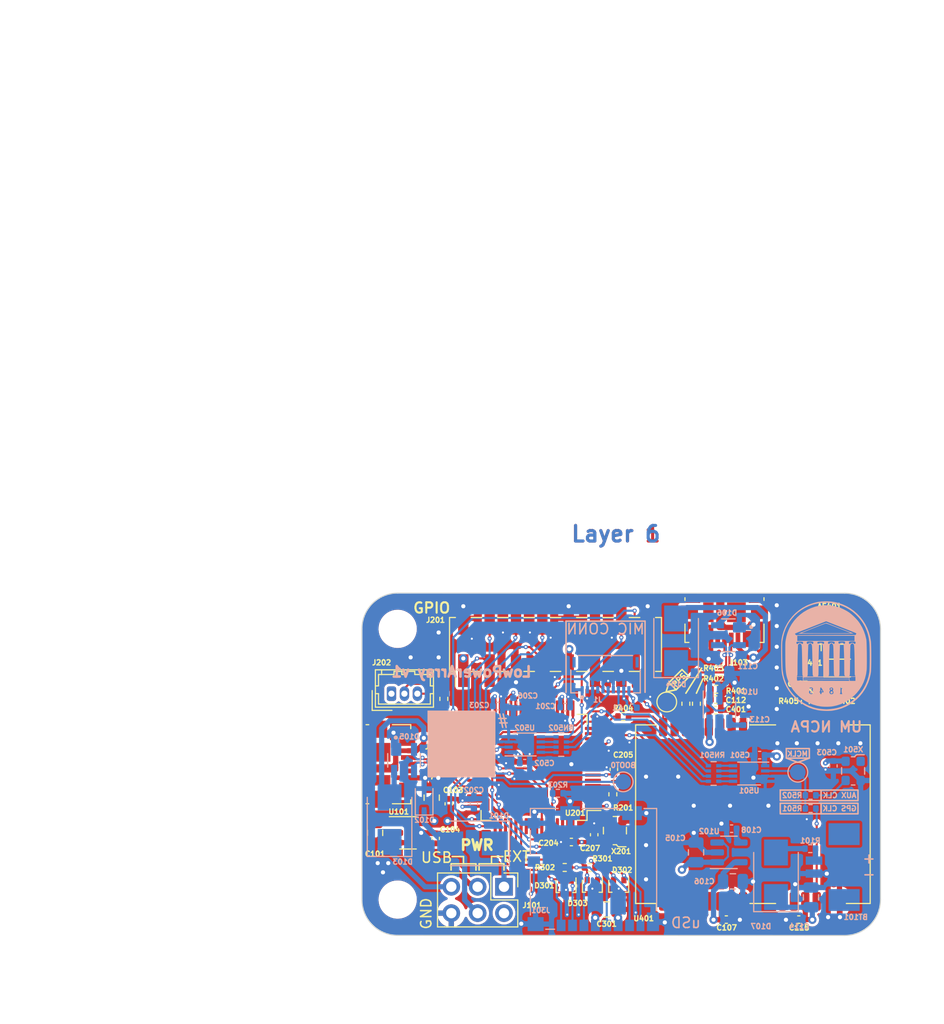
<source format=kicad_pcb>
(kicad_pcb (version 20221018) (generator pcbnew)
  (title_block (title "LowPowerArray") (date "2023-02-01") (rev "1") (company "UM NCPA") (comment 1 "Charlie Gilliland"))
  (layers (0 "F.Cu" signal) (1 "In1.Cu" signal) (2 "In2.Cu" signal) (3 "In3.Cu" signal) (4 "In4.Cu" signal) (31 "B.Cu" signal) (34 "B.Paste" user) (35 "F.Paste" user) (36 "B.SilkS" user "B.Silkscreen") (37 "F.SilkS" user "F.Silkscreen") (38 "B.Mask" user) (39 "F.Mask" user) (44 "Edge.Cuts" user))
  (net 0 "")
  (net 1 "GND")
  (net 2 "Net-(AE401-Pad1)")
  (net 3 "+3V3")
  (net 4 "Net-(C104-Pad1)")
  (net 5 "+3.3VA")
  (net 6 "Net-(C108-Pad1)")
  (net 7 "/USB_PWR/VBUS_USB_GPS")
  (net 8 "GPS_USB_3V3")
  (net 9 "Net-(C113-Pad1)")
  (net 10 "+BATT")
  (net 11 "/STM32F446/NRST")
  (net 12 "/GPS/RF_IN")
  (net 13 "Net-(C403-Pad2)")
  (net 14 "/USB_PWR/VIN_RC")
  (net 15 "/USB_PWR/VBUS_USB")
  (net 16 "Net-(D103-Pad2)")
  (net 17 "Net-(D104-Pad2)")
  (net 18 "/STM32F446/VCAP")
  (net 19 "/STM32F446/STM_D_N")
  (net 20 "/GPS/GPS_D_P")
  (net 21 "/GPS/GPS_D_N")
  (net 22 "Net-(D107-Pad2)")
  (net 23 "/STM32F446/STM_D_P")
  (net 24 "/SD_CARD/SD_DAT3")
  (net 25 "/SD_CARD/SD_DAT2")
  (net 26 "/SD_CARD/SD_DAT1")
  (net 27 "/SD_CARD/SD_DAT0")
  (net 28 "/SD_CARD/SD_CK_TERM")
  (net 29 "/SD_CARD/SD_CMD")
  (net 30 "/BUFFERS/FSYNC_OUT2")
  (net 31 "/BUFFERS/MCLK_OUT3")
  (net 36 "/STM32F446/LED")
  (net 37 "/STM32F446/STM_SDATA_IN")
  (net 38 "/SD_CARD/SD_DET")
  (net 39 "Net-(R201-Pad1)")
  (net 40 "/STM32F446/SWCLK")
  (net 41 "/SD_CARD/SD_CLK")
  (net 42 "Net-(R404-Pad1)")
  (net 43 "/GPS/GPS_PPS")
  (net 44 "/GPS/VCC_RF")
  (net 45 "/BUFFERS/MCLK_IN")
  (net 46 "/BUFFERS/MCLK_OUT2")
  (net 47 "/BUFFERS/MCLK_OUT1")
  (net 48 "/BUFFERS/FSYNC_OUT1")
  (net 49 "/STM32F446/SDWIO")
  (net 57 "/BUFFERS/FSYNC_IN")
  (net 59 "/GPS/GPS_TX")
  (net 65 "/STM32F446/STM_TX2")
  (net 66 "/STM32F446/STM_RX2")
  (net 67 "/STM32F446/MODE_SEL")
  (net 74 "/STM32F446/OSC_IN_48")
  (net 75 "Net-(R203-Pad2)")
  (net 76 "Net-(R501-Pad2)")
  (net 90 "Net-(BT101-Pad1)")
  (net 93 "Net-(R502-Pad1)")
  (net 94 "/USB_PWR/PWR_SWITCHED")
  (net 95 "Net-(RN501-Pad1)")
  (net 96 "Net-(RN501-Pad2)")
  (net 97 "Net-(RN501-Pad3)")
  (net 98 "Net-(RN501-Pad4)")
  (net 99 "Net-(RN502-Pad1)")
  (net 100 "Net-(RN502-Pad2)")
  (net 101 "Net-(RN502-Pad3)")
  (net 102 "Net-(RN502-Pad4)")
  (net 103 "Net-(D101-Pad2)")
  (net 106 "/STM32F446/BUTTON")
  (net 108 "/BUFFERS/MCLK_OUT4")
  (net 109 "/BUFFERS/FSYNC_OUT3")
  (net 111 "/GPS/GPS_TERM_N")
  (net 112 "/GPS/GPS_TERM_P")
  (net 118 "Net-(J202-Pad2)")
  (footprint "Capacitor_SMD:C_0402_1005Metric" (layer "F.Cu") (at 145.506 111.295 90)
    (fp_text reference "C403")
    (fp_text value "10n")
  )
  (footprint "Resistor_SMD:R_0402_1005Metric" (layer "F.Cu") (at 135.763 110.071 180)
    (fp_text reference "R401")
    (fp_text value "100k")
  )
  (footprint "Connector_USB:USB_Micro-B_Molex_47346-0001" (layer "F.Cu") (at 136.564 103.848 180)
    (fp_text reference "J103")
    (fp_text value "USB_B_Micro")
  )
  (footprint "Capacitor_SMD:C_0402_1005Metric" (layer "F.Cu") (at 146.649 111.295 90)
    (fp_text reference "C402")
    (fp_text value "47p")
  )
  (footprint "Oscillator:Oscillator_SMD_ECS_2520MV-xxx-xx-4Pin_2.5x2.0mm" (layer "F.Cu") (at 126 123.7 180)
    (fp_text reference "X201")
    (fp_text value "ECS-2520MV-480-BN")
  )
  (footprint "Resistor_SMD:R_0402_1005Metric" (layer "F.Cu") (at 123.571 127.254 180)
    (fp_text reference "R301")
    (fp_text value "10k")
  )
  (footprint "Resistor_SMD:R_0402_1005Metric" (layer "F.Cu") (at 121.158 127.254)
    (fp_text reference "R302")
    (fp_text value "33R")
  )
  (footprint "Capacitor_SMD:C_0402_1005Metric" (layer "F.Cu") (at 109.982 121.12 90)
    (fp_text reference "C103")
    (fp_text value "0.1u")
  )
  (footprint "Diode_SMD:D_SOD-323" (layer "F.Cu") (at 147.665 108.021)
    (fp_text reference "D401")
    (fp_text value "DESD5V0S1BAQ")
  )
  (footprint "Resistor_SMD:R_0402_1005Metric" (layer "F.Cu") (at 126.8 112.7 180)
    (fp_text reference "R404")
    (fp_text value "0R")
  )
  (footprint "Package_TO_SOT_SMD:SOT-416" (layer "F.Cu") (at 126.365 129.1325 -90)
    (fp_text reference "D302")
    (fp_text value "RCLAMP0582B")
  )
  (footprint "Capacitor_SMD:C_0402_1005Metric" (layer "F.Cu") (at 143.728 132.278 180)
    (fp_text reference "C115")
    (fp_text value "1u")
  )
  (footprint "Package_TO_SOT_SMD:SOT-23-5" (layer "F.Cu") (at 106.045 123.914)
    (fp_text reference "U101")
    (fp_text value "AP2210K-3.3TRG1")
  )
  (footprint "RF_GPS:ublox_LEA" (layer "F.Cu") (at 139.156 122.118 90)
    (fp_text reference "U401")
    (fp_text value "LEA-M8T")
  )
  (footprint "MountingHole:MountingHole_3.2mm_M3" (layer "F.Cu") (at 105.05 130.35)
    (fp_text reference "H2" hide)
    (fp_text value "MountingHole")
  )
  (footprint "Inductor_SMD:L_0402_1005Metric" (layer "F.Cu") (at 146.141 109.644 180)
    (fp_text reference "L401")
    (fp_text value "27n")
  )
  (footprint "Resistor_SMD:R_0402_1005Metric" (layer "F.Cu") (at 132.842 111.468 -90)
    (fp_text reference "R403")
    (fp_text value "22R")
  )
  (footprint "Capacitor_SMD:C_0805_2012Metric" (layer "F.Cu") (at 125.2 131.3)
    (fp_text reference "C301")
    (fp_text value "10u")
  )
  (footprint "Package_TO_SOT_SMD:SOT-416" (layer "F.Cu") (at 123.825 129.1325 -90)
    (fp_text reference "D303")
    (fp_text value "RCLAMP0582B")
  )
  (footprint "Capacitor_SMD:C_0402_1005Metric" (layer "F.Cu") (at 121.8 124.8 180)
    (fp_text reference "C204")
    (fp_text value "0.1u")
  )
  (footprint "Connector_USB:USB_Micro-B_Molex_47346-0001" (layer "F.Cu") (at 104.6 117.3 -90)
    (fp_text reference "J102")
    (fp_text value "USB_B_Micro")
  )
  (footprint "Connector_PinHeader_2.54mm:PinHeader_2x03_P2.54mm_Vertical" (layer "F.Cu") (at 115.301 129.116 -90)
    (fp_text reference "J101")
    (fp_text value "Conn_02x03_Counter_Clockwise")
  )
  (footprint "Package_TO_SOT_SMD:SOT-416" (layer "F.Cu") (at 121.285 129.159 -90)
    (fp_text reference "D301")
    (fp_text value "RCLAMP0582B")
  )
  (footprint "Resistor_SMD:R_0402_1005Metric" (layer "F.Cu") (at 133.858 111.468 -90)
    (fp_text reference "R402")
    (fp_text value "22R")
  )
  (footprint "Resistor_SMD:R_0402_1005Metric" (layer "F.Cu") (at 109.5 111 -90)
    (fp_text reference "R202")
    (fp_text value "330R")
  )
  (footprint "Capacitor_SMD:C_0402_1005Metric" (layer "F.Cu") (at 136.743 132.278)
    (fp_text reference "C107")
    (fp_text value "0.1u")
  )
  (footprint "Connector_Hirose:Hirose_DF13-03P-1.25DSA_1x03_P1.25mm_Vertical" (layer "F.Cu") (at 104.45 110.5)
    (fp_text reference "J202")
    (fp_text value "Conn_01x03_Male")
  )
  (footprint "Resistor_SMD:R_0402_1005Metric" (layer "F.Cu") (at 144.363 111.295 -90)
    (fp_text reference "R405")
    (fp_text value "10R")
  )
  (footprint "Package_QFP:LQFP-64_10x10mm_P0.5mm" (layer "F.Cu") (at 118.2 117.6 180)
    (fp_text reference "U201")
    (fp_text value "STM32F446RETx")
  )
  (footprint "Capacitor_SMD:C_0402_1005Metric" (layer "F.Cu") (at 135.727 111.069)
    (fp_text reference "C112")
    (fp_text value "1u")
  )
  (footprint "Capacitor_SMD:C_0402_1005Metric" (layer "F.Cu") (at 124 124.1 90)
    (fp_text reference "C207")
    (fp_text value "0.1u")
  )
  (footprint "Capacitor_SMD:C_0402_1005Metric" (layer "F.Cu") (at 135.727 112.085)
    (fp_text reference "C401")
    (fp_text value "0.1u")
  )
  (footprint "Connector_PinHeader_2.54mm:PinHeader_2x08_P2.54mm_Vertical_SMD" (layer "F.Cu") (at 120.269 105.753 90)
    (fp_text reference "J201")
    (fp_text value "Conn_02x08_Odd_Even")
  )
  (footprint "MountingHole:MountingHole_3.2mm_M3" (layer "F.Cu") (at 105.05 104.25)
    (fp_text reference "H1" hide)
    (fp_text value "MountingHole")
  )
  (footprint "Capacitor_SMD:C_0402_1005Metric" (layer "F.Cu") (at 125.9 117.8 90)
    (fp_text reference "C205")
    (fp_text value "0.1u")
  )
  (footprint "Connector_Coaxial:U.FL_Hirose_U.FL-R-SMT-1_Vertical" (layer "F.Cu") (at 146.649 104.846 90)
    (fp_text reference "AE401")
    (fp_text value "Antenna_Shield")
  )
  (footprint "Resistor_SMD:R_0402_1005Metric" (layer "F.Cu") (at 125.8 120.2 90)
    (fp_text reference "R201")
    (fp_text value "33R")
  )
  (footprint "TestPoint:TestPoint_Pad_D1.5mm" (layer "F.Cu") (at 131 111.3 45)
    (fp_text reference "TP401" hide)
    (fp_text value "TestPoint")
  )
  (footprint "Capacitor_SMD:C_0805_2012Metric" (layer "F.Cu") (at 102.87 123.914 -90)
    (fp_text reference "C101")
    (fp_text value "10u")
  )
  (footprint "Capacitor_SMD:C_0402_1005Metric" (layer "F.Cu") (at 108.712 124.45 90)
    (fp_text reference "C104")
    (fp_text value "100p")
  )
  (footprint "Capacitor_SMD:C_0805_2012Metric" (layer "F.Cu") (at 108.331 120.523 90)
    (fp_text reference "C102")
    (fp_text value "10u")
  )
  (footprint "Capacitor_SMD:C_0402_1005Metric" (layer "B.Cu") (at 114.7 111.7)
    (fp_text reference "C203")
    (fp_text value "0.1u")
  )
  (footprint "Oscillator:Oscillator_SMD_ECS_2520MV-xxx-xx-4Pin_2.5x2.0mm" (layer "B.Cu") (at 148.971 117.945 180)
    (fp_text reference "X501")
    (fp_text value "ECS-2520MV-480-BN")
  )
  (footprint "Capacitor_SMD:C_0402_1005Metric" (layer "B.Cu") (at 139.954 116.421 180)
    (fp_text reference "C501")
    (fp_text value "0.1u")
  )
  (footprint "TPD2E001DZDR:SOT192P237X122-4N" (layer "B.Cu") (at 136.945 104.864 180)
    (fp_text reference "D106")
    (fp_text value "TPD2E001DZDR")
  )
  (footprint "Molex_5034801000:MOLEX_5034801000" (layer "B.Cu") (at 125.095 110.121)
    (fp_text reference "J1")
    (fp_text value "Conn_01x10_Female")
  )
  (footprint "TestPoint:TestPoint_Pad_D1.5mm" (layer "B.Cu") (at 143.637 118.072 180)
    (fp_text reference "TP501" hide)
    (fp_text value "TestPoint")
  )
  (footprint "Connector_Card:microSD_HC_Molex_104031-0811" (layer "B.Cu") (at 123.916 127.3885)
    (fp_text reference "J301")
    (fp_text value "Micro_SD_Card_Det")
  )
  (footprint "Diode_SMD:D_SMB" (layer "B.Cu") (at 104.267 122.644 90)
    (fp_text reference "D103")
    (fp_text value "B240")
  )
  (footprint "Diode_SMD:D_SMB" (layer "B.Cu") (at 112.268 124.93 180)
    (fp_text reference "D101")
    (fp_text value "B240")
  )
  (footprint "Connector_Amphenol:Amphenol_10114830-10102LF" (layer "B.Cu") (at 145.198 127.216 -90)
    (fp_text reference "BT101")
    (fp_text value "Battery_Cell")
  )
  (footprint "Resistor_SMD:R_0402_1005Metric" (layer "B.Cu") (at 144.8665 121.5715 180)
    (fp_text reference "R501")
    (fp_text value "0R")
  )
  (footprint "Capacitor_SMD:C_0402_1005Metric" (layer "B.Cu") (at 112.4 121.1 90)
    (fp_text reference "C202")
    (fp_text value "0.1u")
  )
  (footprint "Capacitor_SMD:C_0402_1005Metric" (layer "B.Cu") (at 137.251 123.515 180)
    (fp_text reference "C108")
    (fp_text value "100p")
  )
  (footprint "Resistor_SMD:R_Array_Concave_4x0402" (layer "B.Cu") (at 135.517 118.195 180)
    (fp_text reference "RN501")
    (fp_text value "R_Pack04")
  )
  (footprint "Capacitor_SMD:C_0402_1005Metric" (layer "B.Cu") (at 147.066 117.465 -90)
    (fp_text reference "C503")
    (fp_text value "0.1u")
  )
  (footprint "Diode_SMD:D_SMB" (layer "B.Cu") (at 131.9 105.4 90)
    (fp_text reference "D104")
    (fp_text value "B240")
  )
  (footprint "Capacitor_SMD:C_0805_2012Metric" (layer "B.Cu") (at 137.378 128.595)
    (fp_text reference "C106")
    (fp_text value "10u")
  )
  (footprint "Capacitor_SMD:C_0805_2012Metric" (layer "B.Cu") (at 144.907 130.137 90)
    (fp_text reference "C114")
    (fp_text value "10u")
  )
  (footprint "TestPoint:TestPoint_Pad_D1.5mm" (layer "B.Cu") (at 126.8 119 -90)
    (fp_text reference "TP201" hide)
    (fp_text value "TestPoint")
  )
  (footprint "Resistor_SMD:R_Array_Concave_4x0402" (layer "B.Cu") (at 120.820952 115.4)
    (fp_text reference "RN502")
    (fp_text value "R_Pack04")
  )
  (footprint "Capacitor_SMD:C_0402_1005Metric" (layer "B.Cu") (at 116.2 111.4 -90)
    (fp_text reference "C206")
    (fp_text value "4u7")
  )
  (footprint "Capacitor_SMD:C_0402_1005Metric" (layer "B.Cu") (at 138.364 113.04675 90)
    (fp_text reference "C113")
    (fp_text value "100p")
  )
  (footprint "Capacitor_SMD:C_0402_1005Metric" (layer "B.Cu") (at 117.3 117.2)
    (fp_text reference "C502")
    (fp_text value "0.1u")
  )
  (footprint "Resistor_SMD:R_0402_1005Metric" (layer "B.Cu") (at 144.834 125.438 180)
    (fp_text reference "R101")
    (fp_text value "1k")
  )
  (footprint "Diode_SMD:D_SMB" (layer "B.Cu") (at 141.532 127.96 90)
    (fp_text reference "D107")
    (fp_text value "B240")
  )
  (footprint "Resistor_SMD:R_0402_1005Metric" (layer "B.Cu") (at 144.8665 120.3015 180)
    (fp_text reference "R502")
    (fp_text value "0R")
  )
  (footprint "Diode_SMD:D_SOD-323" (layer "B.Cu") (at 107.6 120.7 90)
    (fp_text reference "D102")
    (fp_text value "DESD5V0S1BAQ")
  )
  (footprint "Package_TO_SOT_SMD:SOT-23-5" (layer "B.Cu") (at 136.078 112.03075 -90)
    (fp_text reference "U104")
    (fp_text value "AP2210K-3.3TRG1")
  )
  (footprint "Capacitor_SMD:C_0402_1005Metric" (layer "B.Cu") (at 127.635 111.849 180)
    (fp_text reference "C1")
    (fp_text value "1u")
  )
  (footprint "LOGO" (layer "B.Cu") (at 146.4 106.9 180)
    (fp_text reference "G***" hide)
    (fp_text value "LOGO" hide)
  )
  (footprint "Package_TO_SOT_SMD:SOT-23-5" (layer "B.Cu") (at 136.997 125.801)
    (fp_text reference "U102")
    (fp_text value "AP2210K-3.3TRG1")
  )
  (footprint "TPD2E001DZDR:SOT192P237X122-4N" (layer "B.Cu") (at 105.664 116.929 -90)
    (fp_text reference "D105")
    (fp_text value "TPD2E001DZDR")
  )
  (footprint "Capacitor_SMD:C_0805_2012Metric" (layer "B.Cu") (at 133.822 125.801 90)
    (fp_text reference "C105")
    (fp_text value "10u")
  )
  (footprint "Capacitor_SMD:C_0805_2012Metric" (layer "B.Cu") (at 136.078 108.547)
    (fp_text reference "C111")
    (fp_text value "10u")
  )
  (footprint "Package_SO:VSSOP-8_2.3x2mm_P0.5mm" (layer "B.Cu") (at 117.3 115.4)
    (fp_text reference "U502")
    (fp_text value "74AVC9112DCH")
  )
  (footprint "Capacitor_SMD:C_0402_1005Metric" (layer "B.Cu") (at 121.2 111.8)
    (fp_text reference "C201")
    (fp_text value "0.1u")
  )
  (footprint "Package_SO:VSSOP-8_2.3x2mm_P0.5mm" (layer "B.Cu") (at 138.938 118.199 180)
    (fp_text reference "U501")
    (fp_text value "74AVC9112DCH")
  )
  (footprint "Resistor_SMD:R_0402_1005Metric" (layer "B.Cu") (at 120.5 120.1 180)
    (fp_text reference "R203")
    (fp_text value "10k")
  )
  (gr_line (start 142.527 116.7115) (end 143.637 117.122) (stroke (width 0.15)) (layer "B.SilkS"))
  (gr_line (start 121.285 103.505) (end 121.285 110.363) (stroke (width 0.15)) (layer "B.SilkS"))
  (gr_rect (start 142.527 115.792) (end 144.747 116.7115) (stroke (width 0.15)) (fill none) (layer "B.SilkS"))
  (gr_rect (start 145.8825 119.7935) (end 149.4385 120.8095) (stroke (width 0.15)) (fill none) (layer "B.SilkS"))
  (gr_line (start 143.637 117.122) (end 144.747 116.7115) (stroke (width 0.15)) (layer "B.SilkS"))
  (gr_rect (start 141.9455 121.0635) (end 145.8825 122.0795) (stroke (width 0.15)) (fill none) (layer "B.SilkS"))
  (gr_line (start 128.905 103.505) (end 128.905 110.363) (stroke (width 0.15)) (layer "B.SilkS"))
  (gr_rect (start 145.8825 121.0635) (end 149.4385 122.0795) (stroke (width 0.15)) (fill none) (layer "B.SilkS"))
  (gr_rect (start 108 112.2) (end 114.4 118.5) (stroke (width 0.15)) (fill solid) (layer "B.SilkS"))
  (gr_rect (start 141.9455 119.7935) (end 145.8825 120.8095) (stroke (width 0.15)) (fill none) (layer "B.SilkS"))
  (gr_line (start 121.285 103.505) (end 128.905 103.505) (stroke (width 0.15)) (layer "B.SilkS"))
  (gr_line (start 115.3 126.9) (end 115.3 127.5) (stroke (width 0.15)) (layer "F.SilkS"))
  (gr_line (start 108.585 117.818) (end 108.331 118.707) (stroke (width 0.15)) (layer "F.SilkS"))
  (gr_line (start 110.3 126.2) (end 111.4 126.2) (stroke (width 0.15)) (layer "F.SilkS"))
  (gr_poly (pts (xy 131.210146 109.429618) (xy 132.467382 108.172382) (xy 133.1595 108.8645) (xy 131.902264 110.121736)) (stroke (width 0.15)) (fill none) (layer "F.SilkS"))
  (gr_line (start 110.2 126.9) (end 112.6 126.9) (stroke (width 0.15)) (layer "F.SilkS"))
  (gr_line (start 145.125 110.434) (end 144.617 109.926) (stroke (width 0.15)) (layer "F.SilkS"))
  (gr_line (start 112.6 126.9) (end 112.6 127.5) (stroke (width 0.15)) (layer "F.SilkS"))
  (gr_line (start 110.2 126.9) (end 110.2 127.5) (stroke (width 0.15)) (layer "F.SilkS"))
  (gr_line (start 112.9 126.9) (end 112.9 127.5) (stroke (width 0.15)) (layer "F.SilkS"))
  (gr_line (start 131.902264 110.121736) (end 130.937 110.325) (stroke (width 0.15)) (layer "F.SilkS"))
  (gr_line (start 114.1 126.2) (end 114.1 126.9) (stroke (width 0.15)) (layer "F.SilkS"))
  (gr_line (start 111.4 126.2) (end 111.4 126.9) (stroke (width 0.15)) (layer "F.SilkS"))
  (gr_line (start 112.9 126.9) (end 115.3 126.9) (stroke (width 0.15)) (layer "F.SilkS"))
  (gr_line (start 134.493 109.055) (end 133.858 110.452) (stroke (width 0.15)) (layer "F.SilkS"))
  (gr_line (start 115.2 126.2) (end 114.1 126.2) (stroke (width 0.15)) (layer "F.SilkS"))
  (gr_line (start 134.366 108.039) (end 132.842 110.452) (stroke (width 0.15)) (layer "F.SilkS"))
  (gr_line (start 131.210146 109.429618) (end 130.937 110.325) (stroke (width 0.15)) (layer "F.SilkS"))
  (gr_arc locked (start 101.6 104.25) (mid 102.610482 101.810482) (end 105.05 100.8) (stroke (width 0.1)) (layer "Edge.Cuts"))
  (gr_line (start 148.160482 133.810482) (end 105.049999 133.800001) (stroke (width 0.1)) (layer "Edge.Cuts"))
  (gr_line locked (start 101.6 104.25) (end 101.599999 130.350001) (stroke (width 0.1)) (layer "Edge.Cuts"))
  (gr_line locked (start 105.05 100.8) (end 148.160483 100.810481) (stroke (width 0.1)) (layer "Edge.Cuts"))
  (gr_arc locked (start 151.610482 130.360482) (mid 150.6 132.8) (end 148.160482 133.810482) (stroke (width 0.1)) (layer "Edge.Cuts"))
  (gr_line locked (start 151.610482 130.360482) (end 151.610483 104.260481) (stroke (width 0.1)) (layer "Edge.Cuts"))
  (gr_arc locked (start 105.049999 133.800001) (mid 102.610481 132.789519) (end 101.599999 130.350001) (stroke (width 0.1)) (layer "Edge.Cuts"))
  (gr_arc locked (start 148.160483 100.810481) (mid 150.600001 101.820963) (end 151.610483 104.260481) (stroke (width 0.1)) (layer "Edge.Cuts"))
  (gr_text "Layer 1" (at 126.1 95.1) (layer "F.Cu") (effects (font (size 1.5 1.5) (thickness 0.3))))
  (gr_text "Layer 6" (at 126.1 95.1) (layer "B.Cu") (effects (font (size 1.5 1.5) (thickness 0.3))))
  (gr_text "LowPowerArray v1" (at 111.2 108.4) (layer "B.SilkS") (effects (font (size 1 1) (thickness 0.25)) (justify mirror)))
  (gr_text "-" (at 150.495 127.889) (layer "B.SilkS") (effects (font (size 1 1)) (justify mirror)))
  (gr_text "BOOT0" (at 126.8 117.4) (layer "B.SilkS") (effects (font (size 0.5 0.5) (thickness 0.125)) (justify mirror)))
  (gr_text "MCLK" (at 143.604 116.3) (layer "B.SilkS") (effects (font (size 0.5 0.5) (thickness 0.125)) (justify mirror)))
  (gr_text "GPS CLK" (at 147.6605 121.5715) (layer "B.SilkS") (effects (font (size 0.5 0.5) (thickness 0.125)) (justify mirror)))
  (gr_text "uSD" (at 132.842 132.588) (layer "B.SilkS") (effects (font (size 1 1)) (justify mirror)))
  (gr_text "MIC CONN" (at 125.095 104.267) (layer "B.SilkS") (effects (font (size 1 1)) (justify mirror)))
  (gr_text "AUX CLK" (at 147.6605 120.3015) (layer "B.SilkS") (effects (font (size 0.5 0.5) (thickness 0.125)) (justify mirror)))
  (gr_text "#" (at 115.2 113.1) (layer "B.SilkS") (effects (font (size 1 1)) (justify mirror)))
  (gr_text "+" (at 150.495 126.365) (layer "B.SilkS") (effects (font (size 1 1)) (justify mirror)))
  (gr_text "UM NCPA" (at 146.4 113.7) (layer "B.SilkS") (effects (font (size 1 1) (thickness 0.2)) (justify mirror)))
  (gr_text "GND" (at 107.8 131.7 90) (layer "F.SilkS") (effects (font (size 1 1))))
  (gr_text "GPIO" (at 108.331 102.235) (layer "F.SilkS") (effects (font (size 1 1) (thickness 0.2))))
  (gr_text "PWR" (at 112.7 125.1) (layer "F.SilkS") (effects (font (size 1 1) (thickness 0.25))))
  (gr_text "USB" (at 108.8 126.3) (layer "F.SilkS") (effects (font (size 1 1))))
  (gr_text "PPS" (at 132.207 109.182 45) (layer "F.SilkS") (effects (font (size 0.5 0.5) (thickness 0.125))))
  (gr_text "EXT" (at 116.5 126.2) (layer "F.SilkS") (effects (font (size 1 1))))
  (segment (start 102.87 124.864) (end 102.87 126.581) (width 0.5) (layer "F.Cu") (net 1))
  (segment (start 136.207 110.77) (end 137.541 109.436) (width 0.5) (layer "F.Cu") (net 1))
  (segment (start 136.207 111.069) (end 136.207 110.137) (width 0.5) (layer "F.Cu") (net 1))
  (segment (start 124.75 115.85) (end 124.9 116) (width 0.2) (layer "F.Cu") (net 1))
  (segment (start 137.256 131.503) (end 138.049 132.296) (width 0.5) (layer "F.Cu") (net 1))
  (segment (start 147.701 130.563) (end 147.656 130.518) (width 0.5) (layer "F.Cu") (net 1))
  (segment (start 137.256 130.518) (end 137.256 131.503) (width 0.5) (layer "F.Cu") (net 1))
  (segment (start 123.825 129.7825) (end 123.825 129.2975) (width 0.2) (layer "F.Cu") (net 1))
  (segment (start 136.207 112.085) (end 136.207 111.069) (width 0.5) (layer "F.Cu") (net 1))
  (segment (start 126.365 129.2975) (end 126.365 129.7825) (width 0.2) (layer "F.Cu") (net 1))
  (segment (start 123.875 115.85) (end 124.75 115.85) (width 0.2) (layer "F.Cu") (net 1))
  (segment (start 121.45 124.67) (end 121.32 124.8) (width 0.25) (layer "F.Cu") (net 1))
  (segment (start 147.701 132.042) (end 147.701 130.563) (width 0.5) (layer "F.Cu") (net 1))
  (segment (start 143.23 132.296) (end 143.248 132.278) (width 0.5) (layer "F.Cu") (net 1))
  (segment (start 135.264 106.926) (end 135.04 107.15) (width 0.4) (layer "F.Cu") (net 1))
  (segment (start 125.2 117.6) (end 125.48 117.32) (width 0.2) (layer "F.Cu") (net 1))
  (segment (start 108.966 119.126) (end 108.966 118.618) (width 0.5) (layer "F.Cu") (net 1))
  (segment (start 121.285 129.809) (end 121.285 129.413) (width 0.2) (layer "F.Cu") (net 1))
  (segment (start 107.696 119.253) (end 107.696 118.618) (width 0.5) (layer "F.Cu") (net 1))
  (segment (start 114.95 111.925) (end 114.95 110.83) (width 0.25) (layer "F.Cu") (net 1))
  (segment (start 124 123.62) (end 124 123) (width 0.4) (layer "F.Cu") (net 1))
  (segment (start 146.558 132.042) (end 146.556 132.04) (width 0.5) (layer "F.Cu") (net 1))
  (segment (start 108.331 119.573) (end 108.519 119.573) (width 0.5) (layer "F.Cu") (net 1))
  (segment (start 102.87 126.581) (end 103.124 126.835) (width 0.5) (layer "F.Cu") (net 1))
  (segment (start 126.3 131.45) (end 126.15 131.3) (width 0.5) (layer "F.Cu") (net 1))
  (segment (start 145.506 113.668) (end 145.456 113.718) (width 0.2) (layer "F.Cu") (net 1))
  (segment (start 109.398 120.64) (end 108.331 119.573) (width 0.5) (layer "F.Cu") (net 1))
  (segment (start 107.696 118.618) (end 106.078 118.618) (width 0.5) (layer "F.Cu") (net 1))
  (segment (start 103.82 123.914) (end 102.87 124.864) (width 0.5) (layer "F.Cu") (net 1))
  (segment (start 121.45 123.275) (end 121.45 124.67) (width 0.25) (layer "F.Cu") (net 1))
  (segment (start 125.88 123.62) (end 126.725 122.775) (width 0.4) (layer "F.Cu") (net 1))
  (segment (start 120.8 124.8) (end 121.32 124.8) (width 0.4) (layer "F.Cu") (net 1))
  (segment (start 126.3 132.1) (end 126.3 131.45) (width 0.5) (layer "F.Cu") (net 1))
  (segment (start 107.315 123.914) (end 108.656 123.914) (width 0.5) (layer "F.Cu") (net 1))
  (segment (start 108.331 119.573) (end 108.016 119.573) (width 0.5) (layer "F.Cu") (net 1))
  (segment (start 137.223 132.278) (end 138.031 132.278) (width 0.5) (layer "F.Cu") (net 1))
  (segment (start 136.207 110.137) (end 136.273 110.071) (width 0.5) (layer "F.Cu") (net 1))
  (segment (start 114.95 110.83) (end 115.02 110.76) (width 0.25) (layer "F.Cu") (net 1))
  (segment (start 121.45 111.925) (end 121.45 110.85) (width 0.25) (layer "F.Cu") (net 1))
  (segment (start 124 123.62) (end 125.88 123.62) (width 0.4) (layer "F.Cu") (net 1))
  (segment (start 108.016 119.573) (end 107.696 119.253) (width 0.5) (layer "F.Cu") (net 1))
  (segment (start 124.9 116) (end 125.4 116) (width 0.2) (layer "F.Cu") (net 1))
  (segment (start 142.494 132.296) (end 143.23 132.296) (width 0.5) (layer "F.Cu") (net 1))
  (segment (start 135.264 105.308) (end 135.264 106.926) (width 0.4) (layer "F.Cu") (net 1))
  (segment (start 104.9075 123.914) (end 103.82 123.914) (width 0.5) (layer "F.Cu") (net 1))
  (segment (start 146.556 132.04) (end 146.556 130.518) (width 0.5) (layer "F.Cu") (net 1))
  (segment (start 121.45 110.85) (end 121.5 110.8) (width 0.25) (layer "F.Cu") (net 1))
  (segment (start 145.506 111.775) (end 145.506 113.668) (width 0.2) (layer "F.Cu") (net 1))
  (segment (start 108.519 119.573) (end 108.966 119.126) (width 0.5) (layer "F.Cu") (net 1))
  (segment (start 125.48 117.32) (end 125.9 117.32) (width 0.2) (layer "F.Cu") (net 1))
  (segment (start 109.982 120.64) (end 109.398 120.64) (width 0.5) (layer "F.Cu") (net 1))
  (segment (start 112.525 120.85) (end 111.35 120.85) (width 0.25) (layer "F.Cu") (net 1))
  (segment (start 111.35 120.85) (end 111.3 120.8) (width 0.25) (layer "F.Cu") (net 1))
  (segment (start 108.656 123.914) (end 108.712 123.97) (width 0.5) (layer "F.Cu") (net 1))
  (via (at 146.304 117.818) (size 0.4) (drill 0.2) (layers "F.Cu" "B.Cu") (net 1))
  (via (at 103.124 126.835) (size 0.8) (drill 0.4) (layers "F.Cu" "B.Cu") (net 1))
  (via (at 118.237 121.882) (size 0.8) (drill 0.4) (layers "F.Cu" "B.Cu") (net 1))
  (via (at 141.605 103.976) (size 0.8) (drill 0.4) (layers "F.Cu" "B.Cu") (net 1))
  (via (at 139.358 103.848) (size 0.8) (drill 0.4) (layers "F.Cu" "B.Cu") (net 1))
  (via (at 104.648 114.262) (size 0.8) (drill 0.4) (layers "F.Cu" "B.Cu") (net 1))
  (via (at 115.2 104.6) (size 0.4) (drill 0.2) (layers "F.Cu" "B.Cu") (net 1))
  (via (at 116.967 132.677) (size 0.8) (drill 0.4) (layers "F.Cu" "B.Cu") (net 1))
  (via (at 119.8 105.1) (size 0.4) (drill 0.2) (layers "F.Cu" "B.Cu") (net 1))
  (via (at 121.539 102.07) (size 0.8) (drill 0.4) (layers "F.Cu" "B.Cu") (net 1))
  (via (at 129 118.5) (size 0.8) (drill 0.4) (layers "F.Cu" "B.Cu") (net 1))
  (via (at 143.383 128.867) (size 0.8) (drill 0.4) (layers "F.Cu" "B.Cu") (net 1))
  (via (at 121.666 120.866) (size 0.8) (drill 0.4) (layers "F.Cu" "B.Cu") (net 1))
  (via (at 124 123) (size 0.4) (drill 0.2) (layers "F.Cu" "B.Cu") (net 1))
  (via (at 120.8 124.8) (size 0.4) (drill 0.2) (layers "F.Cu" "B.Cu") (net 1))
  (via (at 129.4 110.8) (size 0.4) (drill 0.2) (layers "F.Cu" "B.Cu") (net 1))
  (via (at 143.542 115.278) (size 0.8) (drill 0.4) (layers "F.Cu" "B.Cu") (net 1))
  (via (at 126.873 110.96) (size 0.4) (drill 0.2) (layers "F.Cu" "B.Cu") (net 1))
  (via (at 116.3 118.7) (size 0.4) (drill 0.2) (layers "F.Cu" "B.Cu") (net 1))
  (via (at 106.3 107) (size 0.8) (drill 0.4) (layers "F.Cu" "B.Cu") (net 1))
  (via (at 121.8 117.3) (size 0.8) (drill 0.4) (layers "F.Cu" "B.Cu") (net 1))
  (via (at 111.3 120.8) (size 0.4) (drill 0.2) (layers "F.Cu" "B.Cu") (net 1))
  (via (at 133.6 121.3) (size 0.8) (drill 0.4) (layers "F.Cu" "B.Cu") (net 1))
  (via (at 147.542 115.278) (size 0.8) (drill 0.4) (layers "F.Cu" "B.Cu") (net 1))
  (via (at 136.271 123.025) (size 0.8) (drill 0.4) (layers "F.Cu" "B.Cu") (net 1))
  (via (at 115.5 117.2) (size 0.4) (drill 0.2) (layers "F.Cu" "B.Cu") (net 1))
  (via (at 112.2 105.2) (size 0.4) (drill 0.2) (layers "F.Cu" "B.Cu") (net 1))
  (via (at 124.3 112.7) (size 0.4) (drill 0.2) (layers "F.Cu" "B.Cu") (net 1))
  (via (at 149.669 115.278) (size 0.8) (drill 0.4) (layers "F.Cu" "B.Cu") (net 1))
  (via (at 121.4 131.8) (size 0.4) (drill 0.2) (layers "F.Cu" "B.Cu") (net 1))
  (via (at 129.159 102.07) (size 0.8) (drill 0.4) (layers "F.Cu" "B.Cu") (net 1))
  (via (at 104.14 126.835) (size 0.8) (drill 0.4) (layers "F.Cu" "B.Cu") (net 1))
  (via (at 107.696 118.618) (size 0.8) (drill 0.4) (layers "F.Cu" "B.Cu") (net 1))
  (via (at 116.459 109.4) (size 0.8) (drill 0.4) (layers "F.Cu" "B.Cu") (net 1))
  (via (at 138.89 111.74075) (size 0.8) (drill 0.4) (layers "F.Cu" "B.Cu") (net 1))
  (via (at 130.81 132.55) (size 0.8) (drill 0.4) (layers "F.Cu" "B.Cu") (net 1))
  (via (at 139.355 118.598) (size 0.8) (drill 0.4) (layers "F.Cu" "B.Cu") (net 1))
  (via (at 133.604 123.914) (size 0.8) (drill 0.4) (layers "F.Cu" "B.Cu") (net 1))
  (via (at 142.494 132.296) (size 0.8) (drill 0.4) (layers "F.Cu" "B.Cu") (net 1))
  (via (at 139.319 128.613) (size 0.8) (drill 0.4) (layers "F.Cu" "B.Cu") (net 1))
  (via (at 117.8 104.6) (size 0.4) (drill 0.2) (layers "F.Cu" "B.Cu") (net 1))
  (via (at 125.7 105.1) (size 0.4) (drill 0.2) (layers "F.Cu" "B.Cu") (net 1))
  (via (at 126.365 129.2975) (size 0.4) (drill 0.2) (layers "F.Cu" "B.Cu") (net 1))
  (via (at 103.632 127.724) (size 0.8) (drill 0.4) (layers "F.Cu" "B.Cu") (net 1))
  (via (at 145.542 115.278) (size 0.8) (drill 0.4) (layers "F.Cu" "B.Cu") (net 1))
  (via (at 146.558 132.042) (size 0.8) (drill 0.4) (layers "F.Cu" "B.Cu") (net 1))
  (via (at 121.285 129.413) (size 0.4) (drill 0.2) (layers "F.Cu" "B.Cu") (net 1))
  (via (at 127.4 115.2) (size 0.4) (drill 0.2) (layers "F.Cu" "B.Cu") (net 1))
  (via (at 132.1 118.5) (size 0.8) (drill 0.4) (layers "F.Cu" "B.Cu") (net 1))
  (via (at 121.2 113.1) (size 0.4) (drill 0.2) (layers "F.Cu" "B.Cu") (net 1))
  (via (at 114.8 116.6) (size 0.4) (drill 0.2) (layers "F.Cu" "B.Cu") (net 1))
  (via (at 129 128.4) (size 0.8) (drill 0.4) (layers "F.Cu" "B.Cu") (net 1))
  (via (at 141.605 107.976) (size 0.8) (drill 0.4) (layers "F.Cu" "B.Cu") (net 1))
  (via (at 129.032 122.009) (size 0.8) (drill 0.4) (layers "F.Cu" "B.Cu") (net 1))
  (via (at 123.825 129.2975) (size 0.4) (drill 0.2) (layers "F.Cu" "B.Cu") (net 1))
  (via (at 109 107) (size 0.8) (drill 0.4) (layers "F.Cu" "B.Cu") (net 1))
  (via (at 122.5 131.8) (size 0.4) (drill 0.2) (layers "F.Cu" "B.Cu") (net 1))
  (via (at 129 125.1) (size 0.8) (drill 0.4) (layers "F.Cu" "B.Cu") (net 1))
  (via (at 107.315 123.914) (size 0.8) (drill 0.4) (layers "F.Cu" "B.Cu") (net 1))
  (via (at 114.8 120.4) (size 0.4) (drill 0.2) (layers "F.Cu" "B.Cu") (net 1))
  (via (at 128 131.6) (size 0.4) (drill 0.2) (layers "F.Cu" "B.Cu") (net 1))
  (via (at 138.049 132.296) (size 0.8) (drill 0.4) (layers "F.Cu" "B.Cu") (net 1))
  (via (at 140.8 121.3) (size 0.8) (drill 0.4) (layers "F.Cu" "B.Cu") (net 1))
  (via (at 120.2 108.9) (size 0.4) (drill 0.2) (layers "F.Cu" "B.Cu") (net 1))
  (via (at 141.605 111.976) (size 0.8) (drill 0.4) (layers "F.Cu" "B.Cu") (net 1))
  (via (at 141.605 109.976) (size 0.8) (drill 0.4) (layers "F.Cu" "B.Cu") (net 1))
  (via (at 126.3 132.1) (size 0.8) (drill 0.4) (layers "F.Cu" "B.Cu") (net 1))
  (via (at 125.4 116) (size 0.4) (drill 0.2) (layers "F.Cu" "B.Cu") (net 1))
  (via (at 111.379 102.07) (size 0.8) (drill 0.4) (layers "F.Cu" "B.Cu") (net 1))
  (via (at 125.2 117.6) (size 0.4) (drill 0.2) (layers "F.Cu" "B.Cu") (net 1))
  (via (at 137.1 121.3) (size 0.8) (drill 0.4) (layers "F.Cu" "B.Cu") (net 1))
  (via (at 126.619 108.293) (size 0.8) (drill 0.4) (layers "F.Cu" "B.Cu") (net 1))
  (via (at 135.04 107.15) (size 0.8) (drill 0.4) (layers "F.Cu" "B.Cu") (net 1))
  (via (at 115.02 110.76) (size 0.4) (drill 0.2) (layers "F.Cu" "B.Cu") (net 1))
  (via (at 121.5 110.8) (size 0.4) (drill 0.2) (layers "F.Cu" "B.Cu") (net 1))
  (via (at 123.317 110.96) (size 0.4) (drill 0.2) (layers "F.Cu" "B.Cu") (net 1))
  (via (at 108.966 118.618) (size 0.8) (drill 0.4) (layers "F.Cu" "B.Cu") (net 1))
  (via (at 109 104.6) (size 0.8) (drill 0.4) (layers "F.Cu" "B.Cu") (net 1))
  (via (at 141.605 105.976) (size 0.8) (drill 0.4) (layers "F.Cu" "B.Cu") (net 1))
  (via (at 117.78 116.32) (size 0.4) (drill 0.2) (layers "F.Cu" "B.Cu") (net 1))
  (via (at 146.431 127.851) (size 0.8) (drill 0.4) (layers "F.Cu" "B.Cu") (net 1))
  (via (at 114.8 119.3) (size 0.4) (drill 0.2) (layers "F.Cu" "B.Cu") (net 1))
  (via (at 147.701 132.042) (size 0.8) (drill 0.4) (layers "F.Cu" "B.Cu") (net 1))
  (via (at 137.541 109.436) (size 0.8) (drill 0.4) (layers "F.Cu" "B.Cu") (net 1))
  (via (at 141.669 115.278) (size 0.8) (drill 0.4) (layers "F.Cu" "B.Cu") (net 1))
  (via (at 141.605 101.976) (size 0.8) (drill 0.4) (layers "F.Cu" "B.Cu") (net 1))
  (via (at 125.346 109.261) (size 0.4) (drill 0.2) (layers "F.Cu" "B.Cu") (net 1))
  (via (at 144.5 122.6) (size 0.4) (drill 0.2) (layers "F.Cu" "B.Cu") (net 1))
  (segment (start 139.102 104.104) (end 139.358 103.848) (width 0.5) (layer "B.Cu") (net 1))
  (segment (start 135.8595 125.801) (end 134.772 125.801) (width 0.5) (layer "B.Cu") (net 1))
  (segment (start 123.571 110.96) (end 123.845 110.686) (width 0.25) (layer "B.Cu") (net 1))
  (segment (start 138.364 112.26675) (end 138.89 111.74075) (width 0.5) (layer "B.Cu") (net 1))
  (segment (start 137.541 109.436) (end 137.541 109.06) (width 0.5) (layer "B.Cu") (net 1))
  (segment (start 104.648 114.262) (end 104.648 115.618) (width 0.5) (layer "B.Cu") (net 1))
  (segment (start 112.3 120.8) (end 111.3 120.8) (width 0.25) (layer "B.Cu") (net 1))
  (segment (start 126.3 132.8275) (end 126.311 132.8385) (width 0.5) (layer "B.Cu") (net 1))
  (segment (start 145.198 127.841) (end 146.421 127.841) (width 0.5) (layer "B.Cu") (net 1))
  (segment (start 104.648 115.618) (end 104.904 115.874) (width 0.5) (layer "B.Cu") (net 1))
  (segment (start 123.845 110.121) (end 123.845 110.686) (width 0.25) (layer "B.Cu") (net 1))
  (segment (start 107.6 118.714) (end 107.696 118.618) (width 0.5) (layer "B.Cu") (net 1))
  (segment (start 139.863 118.598) (end 140.498 118.598) (width 0.5) (layer "B.Cu") (net 1))
  (segment (start 125.85 110.1) (end 125.85 109.511) (width 0.25) (layer "B.Cu") (net 1))
  (segment (start 115.2 111.66) (end 115.2 110.94) (width 0.4) (layer "B.Cu") (net 1))
  (segment (start 121.666 120.866) (end 121.676 120.876) (width 0.5) (layer "B.Cu") (net 1))
  (segment (start 140.488 118.949) (end 140.214 118.949) (width 0.5) (layer "B.Cu") (net 1))
  (segment (start 107.6 119.65) (end 107.6 118.714) (width 0.5) (layer "B.Cu") (net 1))
  (segment (start 121.68 111.7) (end 121.68 110.98) (width 0.4) (layer "B.Cu") (net 1))
  (segment (start 129.032 122.009) (end 127.6505 122.009) (width 0.5) (layer "B.Cu") (net 1))
  (segment (start 112.4 120.7) (end 112.3 120.8) (width 0.25) (layer "B.Cu") (net 1))
  (segment (start 139.355 118.598) (end 139.863 118.598) (width 0.5) (layer "B.Cu") (net 1))
  (segment (start 124.85 109.503) (end 125.092 109.261) (width 0.25) (layer "B.Cu") (net 1))
  (segment (start 115.2 110.94) (end 115.02 110.76) (width 0.4) (layer "B.Cu") (net 1))
  (segment (start 136.271 123.025) (end 136.761 123.515) (width 0.5) (layer "B.Cu") (net 1))
  (segment (start 126.873 110.96) (end 127.155 111.242) (width 0.25) (layer "B.Cu") (net 1))
  (segment (start 138.328 128.595) (end 139.301 128.595) (width 0.5) (layer "B.Cu") (net 1))
  (segment (start 138 104.104) (end 139.102 104.104) (width 0.5) (layer "B.Cu") (net 1))
  (segment (start 117.35 115.55) (end 117.78 115.98) (width 0.4) (layer "B.Cu") (net 1))
  (segment (start 121.676 120.876) (end 121.676 122.0135) (width 0.5) (layer "B.Cu") (net 1))
  (segment (start 148.771 117.945) (end 149.696 118.87) (width 0.5) (layer "B.Cu") (net 1))
  (segment (start 115.18 111.7) (end 116.02 111.7) (width 0.25) (layer "B.Cu") (net 1))
  (segment (start 126.845 110.932) (end 126.873 110.96) (width 0.25) (layer "B.Cu") (net 1))
  (segment (start 139.301 128.595) (end 139.319 128.613) (width 0.5) (layer "B.Cu") (net 1))
  (segment (start 133.604 124.633) (end 133.822 124.851) (width 0.5) (layer "B.Cu") (net 1))
  (segment (start 112.4 120.62) (end 112.4 120.7) (width 0.25) (layer "B.Cu") (net 1))
  (segment (start 130.81 132.55) (end 129.7325 132.55) (width 0.5) (layer "B.Cu") (net 1))
  (segment (start 118.237 122.9275) (end 118.176 122.9885) (width 0.5) (layer "B.Cu") (net 1))
  (segment (start 133.604 123.914) (end 133.604 124.633) (width 0.5) (layer "B.Cu") (net 1))
  (segment (start 122.845 110.121) (end 122.845 110.742) (width 0.25) (layer "B.Cu") (net 1))
  (segment (start 146.304 117.818) (end 146.431 117.945) (width 0.5) (layer "B.Cu") (net 1))
  (segment (start 126.845 110.121) (end 126.845 110.932) (width 0.25) (layer "B.Cu") (net 1))
  (segment (start 124.85 110.1) (end 124.85 109.503) (width 0.25) (layer "B.Cu") (net 1))
  (segment (start 143.703 129.187) (end 144.907 129.187) (width 0.5) (layer "B.Cu") (net 1))
  (segment (start 146.431 117.945) (end 147.066 117.945) (width 0.5) (layer "B.Cu") (net 1))
  (segment (start 137.541 109.06) (end 137.028 108.547) (width 0.5) (layer "B.Cu") (net 1))
  (segment (start 115.75 115.15) (end 115.75 114.65) (width 0.2) (layer "B.Cu") (net 1))
  (segment (start 143.383 128.867) (end 143.703 129.187) (width 0.5) (layer "B.Cu") (net 1))
  (segment (start 136.761 123.515) (end 136.771 123.515) (width 0.5) (layer "B.Cu") (net 1))
  (segment (start 116.02 111.7) (end 116.2 111.88) (width 0.25) (layer "B.Cu") (net 1))
  (segment (start 117.78 115.98) (end 117.78 116.32) (width 0.4) (layer "B.Cu") (net 1))
  (segment (start 138.364 112.56675) (end 138.364 112.26675) (width 0.5) (layer "B.Cu") (net 1))
  (segment (start 125.6 109.261) (end 125.346 109.261) (width 0.25) (layer "B.Cu") (net 1))
  (segment (start 121.01 120.1) (end 121.01 120.21) (width 0.2) (layer "B.Cu") (net 1))
  (segment (start 140.214 118.949) (end 139.863 118.598) (width 0.5) (layer "B.Cu") (net 1))
  (segment (start 121.68 110.98) (end 121.5 110.8) (width 0.4) (layer "B.Cu") (net 1))
  (segment (start 129.7325 132.55) (end 129.671 132.4885) (width 0.5) (layer "B.Cu") (net 1))
  (segment (start 125.85 109.511) (end 125.6 109.261) (width 0.25) (layer "B.Cu") (net 1))
  (segment (start 121.01 120.21) (end 121.666 120.866) (width 0.2) (layer "B.Cu") (net 1))
  (segment (start 123.317 110.96) (end 123.571 110.96) (width 0.25) (layer "B.Cu") (net 1))
  (segment (start 136.078 110.10775) (end 137.028 109.15775) (width 0.5) (layer "B.Cu") (net 1))
  (segment (start 147.066 117.945) (end 148.771 117.945) (width 0.5) (layer "B.Cu") (net 1))
  (segment (start 116.967 132.677) (end 118.3145 132.677) (width 0.5) (layer "B.Cu") (net 1))
  (segment (start 126.3 132.1) (end 126.3 132.8275) (width 0.5) (layer "B.Cu") (net 1))
  (segment (start 123.063 110.96) (end 123.317 110.96) (width 0.25) (layer "B.Cu") (net 1))
  (segment (start 137.028 108.85575) (end 137.028 109.15775) (width 0.5) (layer "B.Cu") (net 1))
  (segment (start 127.155 111.242) (end 127.155 111.849) (width 0.25) (layer "B.Cu") (net 1))
  (segment (start 117.78 116.32) (end 117.78 117.2) (width 0.4) (layer "B.Cu") (net 1))
  (segment (start 134.772 125.801) (end 133.822 124.851) (width 0.5) (layer "B.Cu") (net 1))
  (segment (start 115.75 114.65) (end 116.45 114.65) (width 0.4) (layer "B.Cu") (net 1))
  (segment (start 139.355 118.598) (end 139.355 116.54) (width 0.5) (layer "B.Cu") (net 1))
  (segment (start 116.45 114.65) (end 117.35 115.55) (width 0.4) (layer "B.Cu") (net 1))
  (segment (start 136.078 110.89325) (end 136.078 110.10775) (width 0.5) (layer "B.Cu") (net 1))
  (segment (start 125.092 109.261) (end 125.346 109.261) (width 0.25) (layer "B.Cu") (net 1))
  (segment (start 122.845 110.742) (end 123.063 110.96) (width 0.25) (layer "B.Cu") (net 1))
  (segment (start 146.421 127.841) (end 146.431 127.851) (width 0.5) (layer "B.Cu") (net 1))
  (segment (start 127.6505 122.009) (end 127.646 122.0135) (width 0.5) (layer "B.Cu") (net 1))
  (segment (start 118.3145 132.677) (end 118.351 132.7135) (width 0.5) (layer "B.Cu") (net 1))
  (segment (start 118.237 121.882) (end 118.237 122.9275) (width 0.5) (layer "B.Cu") (net 1))
  (segment (start 146.649 105.896) (end 146.649 110.815) (width 0.2) (layer "F.Cu") (net 2))
  (segment (start 124.081 127.002) (end 123.698 126.619) (width 0.2) (layer "F.Cu") (net 3))
  (segment (start 125.15 115.35) (end 123.875 115.35) (width 0.2) (layer "F.Cu") (net 3))
  (segment (start 111.35 121.35) (end 112.525 121.35) (width 0.25) (layer "F.Cu") (net 3))
  (segment (start 124.081 127.254) (end 124.081 127.002) (width 0.2) (layer "F.Cu") (net 3))
  (segment (start 124.1 132.1) (end 124.1 131.45) (width 0.5) (layer "F.Cu") (net 3))
  (segment (start 124 124.6) (end 124 124.58) (width 0.4) (layer "F.Cu") (net 3))
  (segment (start 125.23 124.58) (end 125.275 124.625) (width 0.4) (layer "F.Cu") (net 3))
  (segment (start 121.6 108.217) (end 121.539 108.278) (width 0.5) (layer "F.Cu") (net 3))
  (segment (start 121.95 123.275) (end 121.95 124.47) (width 0.25) (layer "F.Cu") (net 3))
  (segment (start 121.95 124.47) (end 122.28 124.8) (width 0.25) (layer "F.Cu") (net 3))
  (segment (start 120.95 111.925) (end 120.95 110.85) (width 0.25) (layer "F.Cu") (net 3))
  (segment (start 114.45 110.79) (end 114.42 110.76) (width 0.25) (layer "F.Cu") (net 3))
  (segment (start 123.8 124.8) (end 124 124.6) (width 0.4) (layer "F.Cu") (net 3))
  (segment (start 111.3 121.4) (end 111.35 121.35) (width 0.25) (layer "F.Cu") (net 3))
  (segment (start 122.8 124.8) (end 122.28 124.8) (width 0.4) (layer "F.Cu") (net 3))
  (segment (start 125.4 115.1) (end 125.15 115.35) (width 0.2) (layer "F.Cu") (net 3))
  (segment (start 125.15 121.35) (end 125.2 121.3) (width 0.25) (layer "F.Cu") (net 3))
  (segment (start 124.1 131.45) (end 124.25 131.3) (width 0.5) (layer "F.Cu") (net 3))
  (segment (start 120.95 110.85) (end 120.9 110.8) (width 0.25) (layer "F.Cu") (net 3))
  (segment (start 122.8 124.8) (end 123.8 124.8) (width 0.4) (layer "F.Cu") (net 3))
  (segment (start 123.875 121.35) (end 125.15 121.35) (width 0.25) (layer "F.Cu") (net 3))
  (segment (start 124 124.58) (end 125.23 124.58) (width 0.4) (layer "F.Cu") (net 3))
  (segment (start 114.45 111.925) (end 114.45 110.79) (width 0.25) (layer "F.Cu") (net 3))
  (segment (start 121.6 106.2) (end 121.6 108.217) (width 0.5) (layer "F.Cu") (net 3))
  (via (at 111.3 121.4) (size 0.4) (drill 0.2) (layers "F.Cu" "B.Cu") (net 3))
  (via (at 108.585 122.771) (size 0.8) (drill 0.4) (layers "F.Cu" "B.Cu") (net 3))
  (via (at 122.8 124.8) (size 0.4) (drill 0.2) (layers "F.Cu" "B.Cu") (net 3))
  (via (at 125.2 121.3) (size 0.4) (drill 0.2) (layers "F.Cu" "B.Cu") (net 3))
  (via (at 120.9 110.8) (size 0.4) (drill 0.2) (layers "F.Cu" "B.Cu") (net 3))
  (via (at 127.762 110.96) (size 0.4) (drill 0.2) (layers "F.Cu" "B.Cu") (net 3))
  (via (at 123.698 126.619) (size 0.4) (drill 0.2) (layers "F.Cu" "B.Cu") (net 3))
  (via (at 124.1 132.1) (size 0.8) (drill 0.4) (layers "F.Cu" "B.Cu") (net 3))
  (via (at 114.42 110.76) (size 0.4) (drill 0.2) (layers "F.Cu" "B.Cu") (net 3))
  (via (at 111.379 107.1) (size 0.8) (drill 0.4) (layers "F.Cu" "B.Cu") (net 3))
  (via (at 141.605 116.548) (size 0.8) (drill 0.4) (layers "F.Cu" "B.Cu") (net 3))
  (via (at 125.4 115.1) (size 0.4) (drill 0.2) (layers "F.Cu" "B.Cu") (net 3))
  (via (at 121.6 106.2) (size 0.8) (drill 0.4) (layers "F.Cu" "B.Cu") (net 3))
  (via (at 146.304 117.183) (size 0.4) (drill 0.2) (layers "F.Cu" "B.Cu") (net 3))
  (via (at 116.65 116.35) (size 0.4) (drill 0.2) (layers "F.Cu" "B.Cu") (net 3))
  (via (at 109.855 122.771) (size 0.8) (drill 0.4) (layers "F.Cu" "B.Cu") (net 3))
  (segment (start 112.3 121.4) (end 111.3 121.4) (width 0.25) (layer "B.Cu") (net 3))
  (segment (start 120.72 111.7) (end 120.72 110.98) (width 0.4) (layer "B.Cu") (net 3))
  (segment (start 127.345 110.121) (end 127.345 110.543) (width 0.25) (layer "B.Cu") (net 3))
  (segment (start 147.066 116.985) (end 148.211 116.985) (width 0.5) (layer "B.Cu") (net 3))
  (segment (start 116.65 116.35) (end 116.45 116.15) (width 0.4) (layer "B.Cu") (net 3))
  (segment (start 127.762 110.96) (end 127.762 111.496) (width 0.25) (layer "B.Cu") (net 3))
  (segment (start 146.502 116.985) (end 147.066 116.985) (width 0.5) (layer "B.Cu") (net 3))
  (segment (start 124.1 132.8275) (end 124.111 132.8385) (width 0.5) (layer "B.Cu") (net 3))
  (segment (start 140.434 116.421) (end 140.434 117.264) (width 0.5) (layer "B.Cu") (net 3))
  (segment (start 116.45 116.15) (end 115.75 116.15) (width 0.4) (layer "B.Cu") (net 3))
  (segment (start 114.24 110.94) (end 114.42 110.76) (width 0.4) (layer "B.Cu") (net 3))
  (segment (start 148.211 116.985) (end 148.246 117.02) (width 0.5) (layer "B.Cu") (net 3))
  (segment (start 146.304 117.183) (end 146.502 116.985) (width 0.5) (layer "B.Cu") (net 3))
  (segment (start 116.82 117.2) (end 116.82 116.52) (width 0.4) (layer "B.Cu") (net 3))
  (segment (start 124.1 132.1) (end 124.1 132.8275) (width 0.5) (layer "B.Cu") (net 3))
  (segment (start 112.4 121.58) (end 112.4 121.5) (width 0.25) (layer "B.Cu") (net 3))
  (segment (start 120.72 110.98) (end 120.9 110.8) (width 0.4) (layer "B.Cu") (net 3))
  (segment (start 114.24 111.66) (end 114.24 110.94) (width 0.4) (layer "B.Cu") (net 3))
  (segment (start 127.762 111.496) (end 128.115 111.849) (width 0.25) (layer "B.Cu") (net 3))
  (segment (start 116.82 116.52) (end 116.65 116.35) (width 0.4) (layer "B.Cu") (net 3))
  (segment (start 140.434 116.421) (end 141.478 116.421) (width 0.5) (layer "B.Cu") (net 3))
  (segment (start 127.345 110.543) (end 127.762 110.96) (width 0.25) (layer "B.Cu") (net 3))
  (segment (start 112.4 121.5) (end 112.3 121.4) (width 0.25) (layer "B.Cu") (net 3))
  (segment (start 108.712 124.93) (end 107.2485 124.93) (width 0.5) (layer "F.Cu") (net 4))
  (segment (start 107.2485 124.93) (end 107.1825 124.864) (width 0.5) (layer "F.Cu") (net 4))
  (segment (start 136.263 130.625) (end 136.156 130.518) (width 0.5) (layer "F.Cu") (net 5))
  (segment (start 135.509 132.296) (end 136.245 132.296) (width 0.5) (layer "F.Cu") (net 5))
  (segment (start 136.245 132.296) (end 136.263 132.278) (width 0.5) (layer "F.Cu") (net 5))
  (segment (start 136.263 132.278) (end 136.263 130.625) (width 0.5) (layer "F.Cu") (net 5))
  (via (at 135.509 132.296) (size 0.8) (drill 0.4) (layers "F.Cu" "B.Cu") (net 5))
  (segment (start 137.498 126.751) (end 138.1345 126.751) (width 0.5) (layer "B.Cu") (net 5))
  (segment (start 135.509 129.514) (end 136.428 128.595) (width 0.5) (layer "B.Cu") (net 5))
  (segment (start 136.428 128.595) (end 136.428 127.821) (width 0.5) (layer "B.Cu") (net 5))
  (segment (start 135.509 132.296) (end 135.509 129.514) (width 0.5) (layer "B.Cu") (net 5))
  (segment (start 136.428 127.821) (end 137.498 126.751) (width 0.5) (layer "B.Cu") (net 5))
  (segment (start 137.731 124.4475) (end 138.1345 124.851) (width 0.5) (layer "B.Cu") (net 6))
  (segment (start 137.731 123.515) (end 137.731 124.4475) (width 0.5) (layer "B.Cu") (net 6))
  (segment (start 135.128 111.53475) (end 135.128 110.89325) (width 0.2) (layer "B.Cu") (net 7))
  (segment (start 135.715 112.12175) (end 135.128 111.53475) (width 0.2) (layer "B.Cu") (net 7))
  (segment (start 131.9 107.55) (end 134.131 107.55) (width 0.5) (layer "B.Cu") (net 7))
  (segment (start 135.128 110.89325) (end 135.128 108.85575) (width 0.5) (layer "B.Cu") (net 7))
  (segment (start 137.028 110.89325) (end 137.028 111.57075) (width 0.2) (layer "B.Cu") (net 7))
  (segment (start 136.477 112.12175) (end 135.715 112.12175) (width 0.2) (layer "B.Cu") (net 7))
  (segment (start 134.131 107.55) (end 135.128 108.547) (width 0.5) (layer "B.Cu") (net 7))
  (segment (start 137.028 111.57075) (end 136.477 112.12175) (width 0.2) (layer "B.Cu") (net 7))
  (segment (start 135.253 110.071) (end 135.253 111.063) (width 0.5) (layer "F.Cu") (net 8))
  (segment (start 135.056 113.718) (end 135.056 111.26) (width 0.5) (layer "F.Cu") (net 8))
  (segment (start 135.253 111.063) (end 135.247 111.069) (width 0.5) (layer "F.Cu") (net 8))
  (segment (start 135.128 115.151) (end 135.056 115.079) (width 0.5) (layer "F.Cu") (net 8))
  (segment (start 135.056 115.079) (end 135.056 113.718) (width 0.5) (layer "F.Cu") (net 8))
  (segment (start 135.056 111.26) (end 135.247 111.069) (width 0.5) (layer "F.Cu") (net 8))
  (via (at 135.128 115.151) (size 0.8) (drill 0.4) (layers "F.Cu" "B.Cu") (net 8))
  (segment (start 135.128 113.16825) (end 135.128 115.151) (width 0.5) (layer "B.Cu") (net 8))
  (segment (start 138.364 113.52675) (end 137.3865 113.52675) (width 0.5) (layer "B.Cu") (net 9))
  (segment (start 137.3865 113.52675) (end 137.028 113.16825) (width 0.5) (layer "B.Cu") (net 9))
  (segment (start 144.356 132.13) (end 144.208 132.278) (width 0.5) (layer "F.Cu") (net 10))
  (segment (start 144.208 132.278) (end 145.016 132.278) (width 0.5) (layer "F.Cu") (net 10))
  (segment (start 144.356 130.518) (end 144.356 132.13) (width 0.5) (layer "F.Cu") (net 10))
  (segment (start 145.016 132.278) (end 145.034 132.296) (width 0.5) (layer "F.Cu") (net 10))
  (via (at 145.034 132.296) (size 0.8) (drill 0.4) (layers "F.Cu" "B.Cu") (net 10))
  (segment (start 144.907 131.087) (end 142.509 131.087) (width 0.5) (layer "B.Cu") (net 10))
  (segment (start 145.034 131.214) (end 144.907 131.087) (width 0.5) (layer "B.Cu") (net 10))
  (segment (start 142.509 131.087) (end 141.532 130.11) (width 0.5) (layer "B.Cu") (net 10))
  (segment (start 145.034 132.296) (end 145.034 131.214) (width 0.5) (layer "B.Cu") (net 10))
  (segment (start 125.15 118.35) (end 125.22 118.28) (width 0.2) (layer "F.Cu") (net 11))
  (segment (start 116.459 105.041) (end 116.4 105.1) (width 0.2) (layer "F.Cu") (net 11))
  (segment (start 123.875 118.35) (end 125.15 118.35) (width 0.2) (layer "F.Cu") (net 11))
  (segment (start 125.22 118.28) (end 125.9 118.28) (width 0.2) (layer "F.Cu") (net 11))
  (segment (start 116.459 103.228) (end 116.459 105.041) (width 0.2) (layer "F.Cu") (net 11))
  (via (at 116.4 105.1) (size 0.4) (drill 0.2) (layers "F.Cu" "B.Cu") (net 11))
  (via (at 125.15 118.35) (size 0.4) (drill 0.2) (layers "F.Cu" "B.Cu") (net 11))
  (segment (start 112.5 109.2) (end 116.4 105.3) (width 0.2) (layer "B.Cu") (net 11))
  (segment (start 112.5 109.2) (end 112.5 116.8) (width 0.2) (layer "B.Cu") (net 11))
  (segment (start 115.9 119.2) (end 119.2 119.2) (width 0.2) (layer "B.Cu") (net 11))
  (segment (start 115.3 118.6) (end 115.9 119.2) (width 0.2) (layer "B.Cu") (net 11))
  (segment (start 116.4 105.3) (end 116.4 105.1) (width 0.2) (layer "B.Cu") (net 11))
  (segment (start 114.3 118.6) (end 115.3 118.6) (width 0.2) (layer "B.Cu") (net 11))
  (segment (start 112.5 116.8) (end 114.3 118.6) (width 0.2) (layer "B.Cu") (net 11))
  (segment (start 119.2 119.2) (end 120.05 118.35) (width 0.2) (layer "B.Cu") (net 11))
  (segment (start 120.05 118.35) (end 125.15 118.35) (width 0.2) (layer "B.Cu") (net 11))
  (segment (start 146.649 113.625) (end 146.556 113.718) (width 0.2) (layer "F.Cu") (net 12))
  (segment (start 146.649 111.775) (end 146.649 113.625) (width 0.2) (layer "F.Cu") (net 12))
  (segment (start 145.476 110.785) (end 145.506 110.815) (width 0.2) (layer "F.Cu") (net 13))
  (segment (start 145.506 110.815) (end 145.506 109.794) (width 0.2) (layer "F.Cu") (net 13))
  (segment (start 144.363 110.785) (end 145.476 110.785) (width 0.2) (layer "F.Cu") (net 13))
  (segment (start 145.506 109.794) (end 145.656 109.644) (width 0.2) (layer "F.Cu") (net 13))
  (segment (start 115.301 129.116) (end 115.301 125.813) (width 0.5) (layer "B.Cu") (net 14))
  (segment (start 115.301 125.813) (end 114.418 124.93) (width 0.5) (layer "B.Cu") (net 14))
  (segment (start 104.267 124.794) (end 104.267 125.692) (width 0.5) (layer "B.Cu") (net 15))
  (segment (start 104.267 125.692) (end 107.691 129.116) (width 0.5) (layer "B.Cu") (net 15))
  (segment (start 107.691 129.116) (end 110.221 129.116) (width 0.5) (layer "B.Cu") (net 15))
  (segment (start 107.569 115.278) (end 107.569 114.77) (width 0.5) (layer "F.Cu") (net 16))
  (segment (start 106.06 116) (end 106.847 116) (width 0.5) (layer "F.Cu") (net 16))
  (segment (start 106.847 116) (end 107.569 115.278) (width 0.5) (layer "F.Cu") (net 16))
  (via (at 107.569 114.77) (size 0.8) (drill 0.4) (layers "F.Cu" "B.Cu") (net 16))
  (segment (start 106.934 113.119) (end 107.569 113.754) (width 0.5) (layer "B.Cu") (net 16))
  (segment (start 104.267 120.494) (end 103.505 119.732) (width 0.5) (layer "B.Cu") (net 16))
  (segment (start 104.267 113.119) (end 106.934 113.119) (width 0.5) (layer "B.Cu") (net 16))
  (segment (start 104.704 120.057) (end 104.267 120.494) (width 0.5) (layer "B.Cu") (net 16))
  (segment (start 103.505 113.881) (end 104.267 113.119) (width 0.5) (layer "B.Cu") (net 16))
  (segment (start 103.505 119.732) (end 103.505 113.881) (width 0.5) (layer "B.Cu") (net 16))
  (segment (start 107.569 113.754) (end 107.569 114.77) (width 0.5) (layer "B.Cu") (net 16))
  (segment (start 104.704 117.984) (end 104.704 120.057) (width 0.5) (layer "B.Cu") (net 16))
  (segment (start 137.864 105.308) (end 137.864 106.037) (width 0.4) (layer "F.Cu") (net 17))
  (segment (start 138.85 107.023) (end 139.358 107.023) (width 0.4) (layer "F.Cu") (net 17))
  (segment (start 137.864 106.037) (end 138.85 107.023) (width 0.4) (layer "F.Cu") (net 17))
  (via (at 139.358 107.023) (size 0.8) (drill 0.4) (layers "F.Cu" "B.Cu") (net 17))
  (segment (start 140.501 102.959) (end 139.739 102.197) (width 0.5) (layer "B.Cu") (net 17))
  (segment (start 140.501 106.261) (end 140.501 102.959) (width 0.5) (layer "B.Cu") (net 17))
  (segment (start 139.358 107.023) (end 139.739 107.023) (width 0.5) (layer "B.Cu") (net 17))
  (segment (start 137.597 102.197) (end 132.953 102.197) (width 0.5) (layer "B.Cu") (net 17))
  (segment (start 139.739 107.023) (end 140.501 106.261) (width 0.5) (layer "B.Cu") (net 17))
  (segment (start 132.953 102.197) (end 131.9 103.25) (width 0.5) (layer "B.Cu") (net 17))
  (segment (start 139.739 102.197) (end 137.597 102.197) (width 0.5) (layer "B.Cu") (net 17))
  (segment (start 135.89 103.904) (end 137.597 102.197) (width 0.5) (layer "B.Cu") (net 17))
  (segment (start 115.45 111.925) (end 115.45 111.15) (width 0.25) (layer "F.Cu") (net 18))
  (segment (start 115.45 111.15) (end 116.2 110.4) (width 0.25) (layer "F.Cu") (net 18))
  (via (at 116.2 110.4) (size 0.4) (drill 0.2) (layers "F.Cu" "B.Cu") (net 18))
  (segment (start 116.2 110.92) (end 116.2 110.4) (width 0.25) (layer "B.Cu") (net 18))
  (segment (start 110.64715 118.768906) (end 111.321094 119.44285) (width 0.2) (layer "F.Cu") (net 19))
  (segment (start 109.839094 116.81785) (end 110.64715 117.625906) (width 0.2) (layer "F.Cu") (net 19))
  (segment (start 107.29915 116.81785) (end 106.69285 116.81785) (width 0.2) (layer "F.Cu") (net 19))
  (segment (start 107.442 116.675) (end 107.29915 116.81785) (width 0.2) (layer "F.Cu") (net 19))
  (segment (start 107.58485 116.81785) (end 109.839094 116.81785) (width 0.2) (layer "F.Cu") (net 19))
  (segment (start 112.43215 119.44285) (end 112.525 119.35) (width 0.2) (layer "F.Cu") (net 19))
  (segment (start 110.64715 117.625906) (end 110.64715 118.768906) (width 0.2) (layer "F.Cu") (net 19))
  (segment (start 106.69285 116.81785) (end 106.525 116.65) (width 0.2) (layer "F.Cu") (net 19))
  (segment (start 106.525 116.65) (end 106.06 116.65) (width 0.2) (layer "F.Cu") (net 19))
  (segment (start 107.442 116.675) (end 107.58485 116.81785) (width 0.2) (layer "F.Cu") (net 19))
  (segment (start 111.321094 119.44285) (end 112.43215 119.44285) (width 0.2) (layer "F.Cu") (net 19))
  (via (at 107.442 116.675) (size 0.4) (drill 0.2) (layers "F.Cu" "B.Cu") (net 19))
  (segment (start 106.624 115.874) (end 106.624 116.52535) (width 0.2) (layer "B.Cu") (net 19))
  (segment (start 106.624 116.52535) (end 106.934 116.83535) (width 0.2) (layer "B.Cu") (net 19))
  (segment (start 107.442 116.675) (end 107.28165 116.83535) (width 0.2) (layer "B.Cu") (net 19))
  (segment (start 107.28165 116.83535) (end 106.934 116.83535) (width 0.2) (layer "B.Cu") (net 19))
  (segment (start 132.842 110.958) (end 133.19285 110.60715) (width 0.2) (layer "F.Cu") (net 20))
  (segment (start 136.564 106.769) (end 136.60485 106.769) (width 0.2) (layer "F.Cu") (net 20))
  (segment (start 134.046906 108.13585) (end 136.332906 108.13585) (width 0.2) (layer "F.Cu") (net 20))
  (segment (start 136.332906 108.13585) (end 136.72435 107.744406) (width 0.2) (layer "F.Cu") (net 20))
  (segment (start 136.73185 106.510851) (end 136.73185 106.642) (width 0.2) (layer "F.Cu") (net 20))
  (segment (start 136.564 106.343001) (end 136.73185 106.510851) (width 0.2) (layer "F.Cu") (net 20))
  (segment (start 136.60485 106.769) (end 136.73185 106.642) (width 0.2) (layer "F.Cu") (net 20))
  (segment (start 136.72435 106.92935) (end 136.564 106.769) (width 0.2) (layer "F.Cu") (net 20))
  (segment (start 133.19285 110.60715) (end 133.19285 108.989906) (width 0.2) (layer "F.Cu") (net 20))
  (segment (start 136.72435 107.744406) (end 136.72435 106.92935) (width 0.2) (layer "F.Cu") (net 20))
  (segment (start 136.564 105.308) (end 136.564 106.343001) (width 0.2) (layer "F.Cu") (net 20))
  (segment (start 133.19285 108.989906) (end 134.046906 108.13585) (width 0.2) (layer "F.Cu") (net 20))
  (via (at 136.564 106.769) (size 0.4) (drill 0.2) (layers "F.Cu" "B.Cu") (net 20))
  (segment (start 136.72435 106.60865) (end 136.72435 106.04035) (width 0.2) (layer "B.Cu") (net 20))
  (segment (start 136.564 106.769) (end 136.72435 106.60865) (width 0.2) (layer "B.Cu") (net 20))
  (segment (start 136.508 105.824) (end 135.89 105.824) (width 0.2) (layer "B.Cu") (net 20))
  (segment (start 136.72435 106.04035) (end 136.508 105.824) (width 0.2) (layer "B.Cu") (net 20))
  (segment (start 137.199 106.769) (end 137.17315 106.769) (width 0.2) (layer "F.Cu") (net 21))
  (segment (start 133.50715 110.60715) (end 133.50715 109.120094) (width 0.2) (layer "F.Cu") (net 21))
  (segment (start 137.214 106.343001) (end 137.04615 106.510851) (width 0.2) (layer "F.Cu") (net 21))
  (segment (start 133.50715 109.120094) (end 134.177094 108.45015) (width 0.2) (layer "F.Cu") (net 21))
  (segment (start 136.463094 108.45015) (end 137.03865 107.874594) (width 0.2) (layer "F.Cu") (net 21))
  (segment (start 134.177094 108.45015) (end 136.463094 108.45015) (width 0.2) (layer "F.Cu") (net 21))
  (segment (start 137.214 105.308) (end 137.214 106.343001) (width 0.2) (layer "F.Cu") (net 21))
  (segment (start 137.03865 107.874594) (end 137.03865 106.92935) (width 0.2) (layer "F.Cu") (net 21))
  (segment (start 137.04615 106.510851) (end 137.04615 106.642) (width 0.2) (layer "F.Cu") (net 21))
  (segment (start 137.17315 106.769) (end 137.04615 106.642) (width 0.2) (layer "F.Cu") (net 21))
  (segment (start 137.03865 106.92935) (end 137.199 106.769) (width 0.2) (layer "F.Cu") (net 21))
  (segment (start 133.858 110.958) (end 133.50715 110.60715) (width 0.2) (layer "F.Cu") (net 21))
  (via (at 137.199 106.769) (size 0.4) (drill 0.2) (layers "F.Cu" "B.Cu") (net 21))
  (segment (start 137.03865 106.04035) (end 137.255 105.824) (width 0.2) (layer "B.Cu") (net 21))
  (segment (start 137.199 106.769) (end 137.03865 106.60865) (width 0.2) (layer "B.Cu") (net 21))
  (segment (start 137.03865 106.60865) (end 137.03865 106.04035) (width 0.2) (layer "B.Cu") (net 21))
  (segment (start 137.255 105.824) (end 138 105.824) (width 0.2) (layer "B.Cu") (net 21))
  (segment (start 144.324 125.438) (end 141.904 125.438) (width 0.5) (layer "B.Cu") (net 22))
  (segment (start 141.904 125.438) (end 141.532 125.81) (width 0.5) (layer "B.Cu") (net 22))
  (segment (start 109.708906 117.13215) (end 110.33285 117.756094) (width 0.2) (layer "F.Cu") (net 23))
  (segment (start 106.69285 117.13215) (end 106.525 117.3) (width 0.2) (layer "F.Cu") (net 23))
  (segment (start 112.43215 119.75715) (end 112.525 119.85) (width 0.2) (layer "F.Cu") (net 23))
  (segment (start 106.525 117.3) (end 106.06 117.3) (width 0.2) (layer "F.Cu") (net 23))
  (segment (start 107.442 117.31) (end 107.61985 117.13215) (width 0.2) (layer "F.Cu") (net 23))
  (segment (start 111.190906 119.75715) (end 112.43215 119.75715) (width 0.2) (layer "F.Cu") (net 23))
  (segment (start 107.442 117.31) (end 107.26415 117.13215) (width 0.2) (layer "F.Cu") (net 23))
  (segment (start 110.33285 118.899094) (end 111.190906 119.75715) (width 0.2) (layer "F.Cu") (net 23))
  (segment (start 107.61985 117.13215) (end 109.708906 117.13215) (width 0.2) (layer "F.Cu") (net 23))
  (segment (start 110.33285 117.756094) (end 110.33285 118.899094) (width 0.2) (layer "F.Cu") (net 23))
  (segment (start 107.26415 117.13215) (end 106.69285 117.13215) (width 0.2) (layer "F.Cu") (net 23))
  (via (at 107.442 117.31) (size 0.4) (drill 0.2) (layers "F.Cu" "B.Cu") (net 23))
  (segment (start 107.28165 117.14965) (end 106.934 117.14965) (width 0.2) (layer "B.Cu") (net 23))
  (segment (start 106.624 117.984) (end 106.624 117.45965) (width 0.2) (layer "B.Cu") (net 23))
  (segment (start 107.442 117.31) (end 107.28165 117.14965) (width 0.2) (layer "B.Cu") (net 23))
  (segment (start 106.624 117.45965) (end 106.934 117.14965) (width 0.2) (layer "B.Cu") (net 23))
  (segment (start 121.92 129.032) (end 121.92 128.644) (width 0.2) (layer "F.Cu") (net 24))
  (segment (start 121.285 127.889) (end 121.785 128.389) (width 0.2) (layer "F.Cu") (net 24))
  (segment (start 119.253 127) (end 120.142 127.889) (width 0.2) (layer "F.Cu") (net 24))
  (segment (start 115.95 125.945) (end 117.005 127) (width 0.2) (layer "F.Cu") (net 24))
  (segment (start 115.95 123.275) (end 115.95 125.945) (width 0.2) (layer "F.Cu") (net 24))
  (segment (start 121.92 128.644) (end 121.785 128.509) (width 0.2) (layer "F.Cu") (net 24))
  (segment (start 120.142 127.889) (end 121.285 127.889) (width 0.2) (layer "F.Cu") (net 24))
  (segment (start 121.785 128.389) (end 121.785 128.509) (width 0.2) (layer "F.Cu") (net 24))
  (segment (start 117.005 127) (end 119.253 127) (width 0.2) (layer "F.Cu") (net 24))
  (via (at 121.92 129.032) (size 0.4) (drill 0.2) (layers "F.Cu" "B.Cu") (net 24))
  (segment (start 121.911 129.15) (end 121.911 132.8385) (width 0.2) (layer "B.Cu") (net 24))
  (segment (start 118.98 127.489) (end 119.888 128.397) (width 0.2) (layer "F.Cu") (net 25))
  (segment (start 116.859 127.489) (end 118.98 127.489) (width 0.2) (layer "F.Cu") (net 25))
  (segment (start 115.45 126.08) (end 116.859 127.489) (width 0.2) (layer "F.Cu") (net 25))
  (segment (start 119.888 128.397) (end 120.673 128.397) (width 0.2) (layer "F.Cu") (net 25))
  (segment (start 115.45 123.275) (end 115.45 126.08) (width 0.2) (layer "F.Cu") (net 25))
  (segment (start 120.673 128.397) (end 120.785 128.509) (width 0.2) (layer "F.Cu") (net 25))
  (via (at 119.888 128.397) (size 0.4) (drill 0.2) (layers "F.Cu" "B.Cu") (net 25))
  (segment (start 119.888 128.397) (end 120.396 128.905) (width 0.2) (layer "B.Cu") (net 25))
  (segment (start 120.396 128.905) (end 120.396 130.175) (width 0.2) (layer "B.Cu") (net 25))
  (segment (start 120.396 130.175) (end 120.811 130.59) (width 0.2) (layer "B.Cu") (net 25))
  (segment (start 120.811 130.59) (end 120.811 132.8385) (width 0.2) (layer "B.Cu") (net 25))
  (segment (start 117.729 124.549) (end 119.723 124.549) (width 0.2) (layer "F.Cu") (net 26))
  (segment (start 124.4485 125.603) (end 120.777 125.603) (width 0.2) (layer "F.Cu") (net 26))
  (segment (start 120.777 125.603) (end 119.723 124.549) (width 0.2) (layer "F.Cu") (net 26))
  (segment (start 113.665 117.729) (end 113.665 120.065) (width 0.2) (layer "F.Cu") (net 26))
  (segment (start 126.873 128.0275) (end 124.4485 125.603) (width 0.2) (layer "F.Cu") (net 26))
  (segment (start 113.286 117.35) (end 113.665 117.729) (width 0.2) (layer "F.Cu") (net 26))
  (segment (start 112.525 117.35) (end 113.286 117.35) (width 0.2) (layer "F.Cu") (net 26))
  (segment (start 113.665 120.065) (end 114.8 121.2) (width 0.2) (layer "F.Cu") (net 26))
  (via (at 117.729 124.549) (size 0.4) (drill 0.2) (layers "F.Cu" "B.Cu") (net 26))
  (via (at 126.873 128.0275) (size 0.4) (drill 0.2) (layers "F.Cu" "B.Cu") (net 26))
  (via (at 114.8 121.2) (size 0.4) (drill 0.2) (layers "F.Cu" "B.Cu") (net 26))
  (segment (start 128.461 129.6155) (end 128.461 132.8385) (width 0.2) (layer "B.Cu") (net 26))
  (segment (start 114.8 121.2) (end 114.8 121.62) (width 0.2) (layer "B.Cu") (net 26))
  (segment (start 114.8 121.62) (end 117.729 124.549) (width 0.2) (layer "B.Cu") (net 26))
  (segment (start 126.873 128.0275) (end 128.461 129.6155) (width 0.2) (layer "B.Cu") (net 26))
  (segment (start 113.548 116.85) (end 114.173 117.475) (width 0.2) (layer "F.Cu") (net 27))
  (segment (start 112.525 116.85) (end 113.548 116.85) (width 0.2) (layer "F.Cu") (net 27))
  (segment (start 123.9405 126.111) (end 125.857 128.0275) (width 0.2) (layer "F.Cu") (net 27))
  (segment (start 114.173 117.475) (end 114.173 119.795) (width 0.2) (layer "F.Cu") (net 27))
  (segment (start 119.5325 125.2475) (end 120.396 126.111) (width 0.2) (layer "F.Cu") (net 27))
  (segment (start 118.4275 125.2475) (end 119.5325 125.2475) (width 0.2) (layer "F.Cu") (net 27))
  (segment (start 114.173 119.795) (end 114.165 119.803) (width 0.2) (layer "F.Cu") (net 27))
  (segment (start 120.396 126.111) (end 123.9405 126.111) (width 0.2) (layer "F.Cu") (net 27))
  (via (at 118.4275 125.2475) (size 0.4) (drill 0.2) (layers "F.Cu" "B.Cu") (net 27))
  (via (at 125.857 128.0275) (size 0.4) (drill 0.2) (layers "F.Cu" "B.Cu") (net 27))
  (via (at 114.165 119.803) (size 0.4) (drill 0.2) (layers "F.Cu" "B.Cu") (net 27))
  (segment (start 117.6655 125.2475) (end 114.173 121.755) (width 0.2) (layer "B.Cu") (net 27))
  (segment (start 127.411 132.8385) (end 127.411 129.5815) (width 0.2) (layer "B.Cu") (net 27))
  (segment (start 117.6655 125.2475) (end 118.4275 125.2475) (width 0.2) (layer "B.Cu") (net 27))
  (segment (start 114.173 119.811) (end 114.165 119.803) (width 0.2) (layer "B.Cu") (net 27))
  (segment (start 114.173 121.755) (end 114.173 119.811) (width 0.2) (layer "B.Cu") (net 27))
  (segment (start 127.411 129.5815) (end 125.857 128.0275) (width 0.2) (layer "B.Cu") (net 27))
  (segment (start 121.668 127.254) (end 122.301 127.254) (width 0.2) (layer "F.Cu") (net 28))
  (via (at 124.333 128.0275) (size 0.4) (drill 0.2) (layers "F.Cu" "B.Cu") (net 28))
  (via (at 122.301 127.254) (size 0.4) (drill 0.2) (layers "F.Cu" "B.Cu") (net 28))
  (segment (start 125.211 128.9055) (end 125.211 132.8385) (width 0.2) (layer "B.Cu") (net 28))
  (segment (start 123.5595 127.254) (end 124.333 128.0275) (width 0.2) (layer "B.Cu") (net 28))
  (segment (start 122.301 127.254) (end 123.5595 127.254) (width 0.2) (layer "B.Cu") (net 28))
  (segment (start 124.333 128.0275) (end 125.211 128.9055) (width 0.2) (layer "B.Cu") (net 28))
  (segment (start 119.38 125.857) (end 120.142 126.619) (width 0.2) (layer "F.Cu") (net 29))
  (segment (start 123.317 128.016) (end 123.317 127.51) (width 0.2) (layer "F.Cu") (net 29))
  (segment (start 123.317 128.4745) (end 123.325 128.4825) (width 0.2) (layer "F.Cu") (net 29))
  (segment (start 123.317 127.51) (end 123.061 127.254) (width 0.2) (layer "F.Cu") (net 29))
  (segment (start 116.95 123.275) (end 116.95 125.294) (width 0.2) (layer "F.Cu") (net 29))
  (segment (start 116.95 125.294) (end 117.513 125.857) (width 0.2) (layer "F.Cu") (net 29))
  (segment (start 117.513 125.857) (end 119.38 125.857) (width 0.2) (layer "F.Cu") (net 29))
  (segment (start 123.317 128.016) (end 123.317 128.4745) (width 0.2) (layer "F.Cu") (net 29))
  (segment (start 120.142 126.619) (end 122.555 126.619) (width 0.2) (layer "F.Cu") (net 29))
  (segment (start 122.555 126.619) (end 123.19 127.254) (width 0.2) (layer "F.Cu") (net 29))
  (via (at 123.317 128.016) (size 0.4) (drill 0.2) (layers "F.Cu" "B.Cu") (net 29))
  (segment (start 123.011 132.8385) (end 123.011 128.957) (width 0.2) (layer "B.Cu") (net 29))
  (segment (start 123.317 128.651) (end 123.317 128.016) (width 0.2) (layer "B.Cu") (net 29))
  (segment (start 123.011 128.957) (end 123.317 128.651) (width 0.2) (layer "B.Cu") (net 29))
  (segment (start 124.079 104.821) (end 124.079 103.228) (width 0.2) (layer "F.Cu") (net 30))
  (segment (start 122.8 111.6) (end 122.8 106.1) (width 0.2) (layer "F.Cu") (net 30))
  (segment (start 122.8 106.1) (end 124.079 104.821) (width 0.2) (layer "F.Cu") (net 30))
  (via (at 122.8 111.6) (size 0.4) (drill 0.2) (layers "F.Cu" "B.Cu") (net 30))
  (segment (start 122.8 114.2) (end 121.85 115.15) (width 0.2) (layer "B.Cu") (net 30))
  (segment (start 121.85 115.15) (end 121.320952 115.15) (width 0.2) (layer "B.Cu") (net 30))
  (segment (start 122.8 111.6) (end 122.8 114.2) (width 0.2) (layer "B.Cu") (net 30))
  (segment (start 129.302 112.5) (end 134.747 117.945) (width 0.2) (layer "B.Cu") (net 31))
  (segment (start 126.345 111.945) (end 126.9 112.5) (width 0.2) (layer "B.Cu") (net 31))
  (segment (start 134.747 117.945) (end 135.017 117.945) (width 0.2) (layer "B.Cu") (net 31))
  (segment (start 126.9 112.5) (end 129.302 112.5) (width 0.2) (layer "B.Cu") (net 31))
  (segment (start 126.345 110.121) (end 126.345 111.945) (width 0.2) (layer "B.Cu") (net 31))
  (segment (start 109.5 112.6) (end 109.5 111.51) (width 0.2) (layer "F.Cu") (net 36))
  (segment (start 111.25 114.35) (end 109.5 112.6) (width 0.2) (layer "F.Cu") (net 36))
  (segment (start 112.525 114.35) (end 111.25 114.35) (width 0.2) (layer "F.Cu") (net 36))
  (segment (start 117.1 110.4) (end 119.7 110.4) (width 0.2) (layer "F.Cu") (net 37))
  (segment (start 116.45 111.925) (end 116.45 111.05) (width 0.2) (layer "F.Cu") (net 37))
  (segment (start 126.619 103.228) (end 126.619 105.081) (width 0.2) (layer "F.Cu") (net 37))
  (segment (start 116.45 111.05) (end 117.1 110.4) (width 0.2) (layer "F.Cu") (net 37))
  (segment (start 119.7 110.4) (end 120.5 109.6) (width 0.2) (layer "F.Cu") (net 37))
  (via (at 126.619 105.081) (size 0.4) (drill 0.2) (layers "F.Cu" "B.Cu") (net 37))
  (via (at 120.5 109.6) (size 0.4) (drill 0.2) (layers "F.Cu" "B.Cu") (net 37))
  (segment (start 126.619 105.466) (end 126.619 105.081) (width 0.2) (layer "B.Cu") (net 37))
  (segment (start 122.936 109.093) (end 122.992 109.093) (width 0.2) (layer "B.Cu") (net 37))
  (segment (start 122.992 109.093) (end 126.619 105.466) (width 0.2) (layer "B.Cu") (net 37))
  (segment (start 123.345 109.446) (end 123.345 110.121) (width 0.2) (layer "B.Cu") (net 37))
  (segment (start 120.5 109.6) (end 121.007 109.093) (width 0.2) (layer "B.Cu") (net 37))
  (segment (start 121.007 109.093) (end 122.936 109.093) (width 0.2) (layer "B.Cu") (net 37))
  (segment (start 122.992 109.093) (end 123.345 109.446) (width 0.2) (layer "B.Cu") (net 37))
  (segment (start 117.9 129.8) (end 117.9 129.2) (width 0.2) (layer "F.Cu") (net 38))
  (segment (start 117.9 129.2) (end 114.95 126.25) (width 0.2) (layer "F.Cu") (net 38))
  (segment (start 114.95 126.25) (end 114.95 123.275) (width 0.2) (layer "F.Cu") (net 38))
  (via (at 117.9 129.8) (size 0.4) (drill 0.2) (layers "F.Cu" "B.Cu") (net 38))
  (segment (start 118.176 129.524) (end 117.9 129.8) (width 0.2) (layer "B.Cu") (net 38))
  (segment (start 118.176 126.6885) (end 118.176 129.524) (width 0.2) (layer "B.Cu") (net 38))
  (segment (start 125.8 120.71) (end 125.8 122.25) (width 0.2) (layer "F.Cu") (net 39))
  (segment (start 125.8 122.25) (end 125.275 122.775) (width 0.2) (layer "F.Cu") (net 39))
  (segment (start 112.7 107.1) (end 113.3 107.1) (width 0.2) (layer "F.Cu") (net 40))
  (segment (start 114.45 123.275) (end 112.925 123.275) (width 0.2) (layer "F.Cu") (net 40))
  (segment (start 113.3 107.1) (end 113.919 107.719) (width 0.2) (layer "F.Cu") (net 40))
  (via (at 112.7 107.1) (size 0.4) (drill 0.2) (layers "F.Cu" "B.Cu") (net 40))
  (via (at 112.925 123.275) (size 0.4) (drill 0.2) (layers "F.Cu" "B.Cu") (net 40))
  (segment (start 110.2 121.8) (end 110.2 119.7) (width 0.2) (layer "B.Cu") (net 40))
  (segment (start 111.35 118.55) (end 111.35 108.45) (width 0.2) (layer "B.Cu") (net 40))
  (segment (start 111.675 123.275) (end 110.2 121.8) (width 0.2) (layer "B.Cu") (net 40))
  (segment (start 111.35 108.45) (end 112.7 107.1) (width 0.2) (layer "B.Cu") (net 40))
  (segment (start 112.925 123.275) (end 111.675 123.275) (width 0.2) (layer "B.Cu") (net 40))
  (segment (start 110.2 119.7) (end 111.35 118.55) (width 0.2) (layer "B.Cu") (net 40))
  (segment (start 117.13 126.492) (end 119.38 126.492) (width 0.2) (layer "F.Cu") (net 41))
  (segment (start 116.45 125.812) (end 117.13 126.492) (width 0.2) (layer "F.Cu") (net 41))
  (segment (start 116.45 123.275) (end 116.45 125.812) (width 0.2) (layer "F.Cu") (net 41))
  (segment (start 119.38 126.492) (end 120.142 127.254) (width 0.2) (layer "F.Cu") (net 41))
  (segment (start 120.142 127.254) (end 120.648 127.254) (width 0.2) (layer "F.Cu") (net 41))
  (segment (start 127.31 112.7) (end 129.638 112.7) (width 0.2) (layer "F.Cu") (net 42))
  (segment (start 129.638 112.7) (end 130.656 113.718) (width 0.2) (layer "F.Cu") (net 42))
  (segment (start 130.656 113.718) (end 130.656 111.441) (width 0.2) (layer "F.Cu") (net 42))
  (segment (start 125.39 113.2) (end 123.1 113.2) (width 0.2) (layer "F.Cu") (net 43))
  (segment (start 122.1 114.2) (end 115.2 114.2) (width 0.2) (layer "F.Cu") (net 43))
  (segment (start 115.2 114.2) (end 113.55 115.85) (width 0.2) (layer "F.Cu") (net 43))
  (segment (start 126.29 112.7) (end 125.89 112.7) (width 0.2) (layer "F.Cu") (net 43))
  (segment (start 123.1 113.2) (end 122.1 114.2) (width 0.2) (layer "F.Cu") (net 43))
  (segment (start 125.89 112.7) (end 125.39 113.2) (width 0.2) (layer "F.Cu") (net 43))
  (segment (start 113.55 115.85) (end 112.525 115.85) (width 0.2) (layer "F.Cu") (net 43))
  (segment (start 144.356 111.812) (end 144.363 111.805) (width 0.2) (layer "F.Cu") (net 44))
  (segment (start 144.356 113.718) (end 144.356 111.812) (width 0.2) (layer "F.Cu") (net 44))
  (segment (start 145.456 123.025) (end 145.456 130.518) (width 0.2) (layer "F.Cu") (net 45))
  (via (at 145.456 123.025) (size 0.4) (drill 0.2) (layers "F.Cu" "B.Cu") (net 45))
  (segment (start 145.456 123.025) (end 145.456 121.667) (width 0.2) (layer "B.Cu") (net 45))
  (segment (start 115.95 112.95) (end 115.95 111.925) (width 0.2) (layer "F.Cu") (net 46))
  (segment (start 122.25 113.55) (end 116.55 113.55) (width 0.2) (layer "F.Cu") (net 46))
  (segment (start 123.6 112.2) (end 122.25 113.55) (width 0.2) (layer "F.Cu") (net 46))
  (segment (start 116.55 113.55) (end 115.95 112.95) (width 0.2) (layer "F.Cu") (net 46))
  (segment (start 124.7 112.2) (end 123.6 112.2) (width 0.2) (layer "F.Cu") (net 46))
  (via (at 124.7 112.2) (size 0.4) (drill 0.2) (layers "F.Cu" "B.Cu") (net 46))
  (segment (start 134.545 118.445) (end 135.017 118.445) (width 0.2) (layer "B.Cu") (net 46))
  (segment (start 125.2 112.2) (end 126 113) (width 0.2) (layer "B.Cu") (net 46))
  (segment (start 126 113) (end 129.1 113) (width 0.2) (layer "B.Cu") (net 46))
  (segment (start 124.7 112.2) (end 125.2 112.2) (width 0.2) (layer "B.Cu") (net 46))
  (segment (start 129.1 113) (end 134.545 118.445) (width 0.2) (layer "B.Cu") (net 46))
  (segment (start 123.875 114.85) (end 124.85 114.85) (width 0.2) (layer "F.Cu") (net 47))
  (segment (start 125.2 114.5) (end 127.4 114.5) (width 0.2) (layer "F.Cu") (net 47))
  (segment (start 124.85 114.85) (end 125.2 114.5) (width 0.2) (layer "F.Cu") (net 47))
  (via (at 127.4 114.5) (size 0.4) (drill 0.2) (layers "F.Cu" "B.Cu") (net 47))
  (segment (start 129.9 114.5) (end 134.345 118.945) (width 0.2) (layer "B.Cu") (net 47))
  (segment (start 134.345 118.945) (end 135.017 118.945) (width 0.2) (layer "B.Cu") (net 47))
  (segment (start 127.4 114.5) (end 129.9 114.5) (width 0.2) (layer "B.Cu") (net 47))
  (segment (start 121.95 111.925) (end 121.95 113.05) (width 0.2) (layer "F.Cu") (net 48))
  (via (at 121.95 113.05) (size 0.4) (drill 0.2) (layers "F.Cu" "B.Cu") (net 48))
  (segment (start 121.95 113.05) (end 121.95 114.25) (width 0.2) (layer "B.Cu") (net 48))
  (segment (start 121.95 114.25) (end 121.55 114.65) (width 0.2) (layer "B.Cu") (net 48))
  (segment (start 121.55 114.65) (end 121.320952 114.65) (width 0.2) (layer "B.Cu") (net 48))
  (segment (start 112.525 120.35) (end 113.45 120.35) (width 0.2) (layer "F.Cu") (net 49))
  (segment (start 113.8 120.7) (end 113.8 121.7) (width 0.2) (layer "F.Cu") (net 49))
  (segment (start 112.9 122.6) (end 112.2 122.6) (width 0.2) (layer "F.Cu") (net 49))
  (segment (start 113.919 103.228) (end 113.919 105.181) (width 0.2) (layer "F.Cu") (net 49))
  (segment (start 113.45 120.35) (end 113.8 120.7) (width 0.2) (layer "F.Cu") (net 49))
  (segment (start 113.8 121.7) (end 112.9 122.6) (width 0.2) (layer "F.Cu") (net 49))
  (via (at 113.919 105.181) (size 0.4) (drill 0.2) (layers "F.Cu" "B.Cu") (net 49))
  (via (at 112.2 122.6) (size 0.4) (drill 0.2) (layers "F.Cu" "B.Cu") (net 49))
  (segment (start 111.9 118.6) (end 111.9 108.938) (width 0.2) (layer "B.Cu") (net 49))
  (segment (start 111.6 122.6) (end 110.6 121.6) (width 0.2) (layer "B.Cu") (net 49))
  (segment (start 113.919 106.919) (end 113.919 105.181) (width 0.2) (layer "B.Cu") (net 49))
  (segment (start 111.9 108.938) (end 113.919 106.919) (width 0.2) (layer "B.Cu") (net 49))
  (segment (start 112.2 122.6) (end 111.6 122.6) (width 0.2) (layer "B.Cu") (net 49))
  (segment (start 110.6 119.9) (end 111.9 118.6) (width 0.2) (layer "B.Cu") (net 49))
  (segment (start 110.6 121.6) (end 110.6 119.9) (width 0.2) (layer "B.Cu") (net 49))
  (segment (start 112.525 116.35) (end 114.15 116.35) (width 0.2) (layer "F.Cu") (net 57))
  (segment (start 114.6 115.9) (end 114.15 116.35) (width 0.2) (layer "F.Cu") (net 57))
  (via (at 114.6 115.9) (size 0.4) (drill 0.2) (layers "F.Cu" "B.Cu") (net 57))
  (segment (start 114.85 115.65) (end 114.6 115.9) (width 0.2) (layer "B.Cu") (net 57))
  (segment (start 115.75 115.65) (end 114.85 115.65) (width 0.2) (layer "B.Cu") (net 57))
  (segment (start 123.875 113.85) (end 127.75 113.85) (width 0.2) (layer "F.Cu") (net 59))
  (segment (start 131.1 127.6) (end 132.856 129.356) (width 0.2) (layer "F.Cu") (net 59))
  (segment (start 132.856 129.356) (end 132.856 130.518) (width 0.2) (layer "F.Cu") (net 59))
  (segment (start 127.75 113.85) (end 131.1 117.2) (width 0.2) (layer "F.Cu") (net 59))
  (segment (start 131.1 117.2) (end 131.1 127.6) (width 0.2) (layer "F.Cu") (net 59))
  (segment (start 118.999 107.199) (end 118.999 108.278) (width 0.2) (layer "F.Cu") (net 65))
  (segment (start 117.4 106) (end 117.8 106) (width 0.2) (layer "F.Cu") (net 65))
  (segment (start 117.8 106) (end 118.55 106.75) (width 0.2) (layer "F.Cu") (net 65))
  (segment (start 117.5 118.2) (end 115.8 118.2) (width 0.2) (layer "F.Cu") (net 65))
  (segment (start 118.55 106.75) (end 118.999 107.199) (width 0.2) (layer "F.Cu") (net 65))
  (segment (start 118.95 123.275) (end 118.95 119.65) (width 0.2) (layer "F.Cu") (net 65))
  (segment (start 118.95 119.65) (end 117.5 118.2) (width 0.2) (layer "F.Cu") (net 65))
  (via (at 117.4 106) (size 0.4) (drill 0.2) (layers "F.Cu" "B.Cu") (net 65))
  (via (at 115.8 118.2) (size 0.4) (drill 0.2) (layers "F.Cu" "B.Cu") (net 65))
  (segment (start 113 109.7) (end 116.7 106) (width 0.2) (layer "B.Cu") (net 65))
  (segment (start 116.7 106) (end 117.4 106) (width 0.2) (layer "B.Cu") (net 65))
  (segment (start 115.8 118.2) (end 114.6 118.2) (width 0.2) (layer "B.Cu") (net 65))
  (segment (start 113 116.6) (end 113 109.7) (width 0.2) (layer "B.Cu") (net 65))
  (segment (start 114.6 118.2) (end 113 116.6) (width 0.2) (layer "B.Cu") (net 65))
  (segment (start 117.8 117.7) (end 119.45 119.35) (width 0.2) (layer "F.Cu") (net 66))
  (segment (start 119 105.1) (end 119 103.229) (width 0.2) (layer "F.Cu") (net 66))
  (segment (start 119.45 119.35) (end 119.45 123.275) (width 0.2) (layer "F.Cu") (net 66))
  (segment (start 114.9 117.7) (end 117.8 117.7) (width 0.2) (layer "F.Cu") (net 66))
  (segment (start 119 103.229) (end 118.999 103.228) (width 0.2) (layer "F.Cu") (net 66))
  (via (at 114.9 117.7) (size 0.4) (drill 0.2) (layers "F.Cu" "B.Cu") (net 66))
  (via (at 119 105.1) (size 0.4) (drill 0.2) (layers "F.Cu" "B.Cu") (net 66))
  (segment (start 119 105.6) (end 119 105.1) (width 0.2) (layer "B.Cu") (net 66))
  (segment (start 113.55 110.05) (end 116.9 106.7) (width 0.2) (layer "B.Cu") (net 66))
  (segment (start 116.9 106.7) (end 117.9 106.7) (width 0.2) (layer "B.Cu") (net 66))
  (segment (start 117.9 106.7) (end 119 105.6) (width 0.2) (layer "B.Cu") (net 66))
  (segment (start 113.55 116.35) (end 113.55 110.05) (width 0.2) (layer "B.Cu") (net 66))
  (segment (start 114.9 117.7) (end 113.55 116.35) (width 0.2) (layer "B.Cu") (net 66))
  (segment (start 112.525 113.85) (end 111.45 113.85) (width 0.2) (layer "F.Cu") (net 67))
  (segment (start 111.45 113.85) (end 110.4 112.8) (width 0.2) (layer "F.Cu") (net 67))
  (segment (start 129.159 106.859) (end 127.9 105.6) (width 0.2) (layer "F.Cu") (net 67))
  (segment (start 110.4 112.8) (end 110.4 112.1) (width 0.2) (layer "F.Cu") (net 67))
  (segment (start 129.159 108.278) (end 129.159 106.859) (width 0.2) (layer "F.Cu") (net 67))
  (segment (start 127.9 105.6) (end 127.9 102.5) (width 0.2) (layer "F.Cu") (net 67))
  (via (at 127.9 102.5) (size 0.4) (drill 0.2) (layers "F.Cu" "B.Cu") (net 67))
  (via (at 110.4 112.1) (size 0.4) (drill 0.2) (layers "F.Cu" "B.Cu") (net 67))
  (segment (start 110.4 105.1) (end 110.4 112.1) (width 0.2) (layer "B.Cu") (net 67))
  (segment (start 112.3 103.2) (end 110.4 105.1) (width 0.2) (layer "B.Cu") (net 67))
  (segment (start 126.2 103.2) (end 112.3 103.2) (width 0.2) (layer "B.Cu") (net 67))
  (segment (start 126.9 102.5) (end 126.2 103.2) (width 0.2) (layer "B.Cu") (net 67))
  (segment (start 127.9 102.5) (end 126.9 102.5) (width 0.2) (layer "B.Cu") (net 67))
  (segment (start 125.46 119.35) (end 125.8 119.69) (width 0.2) (layer "F.Cu") (net 74))
  (segment (start 123.875 119.35) (end 125.46 119.35) (width 0.2) (layer "F.Cu") (net 74))
  (segment (start 119.95 123.275) (end 119.95 121.05) (width 0.2) (layer "F.Cu") (net 75))
  (segment (start 119.95 121.05) (end 120.1 120.9) (width 0.2) (layer "F.Cu") (net 75))
  (via (at 120.1 120.9) (size 0.4) (drill 0.2) (layers "F.Cu" "B.Cu") (net 75))
  (segment (start 119.99 120.1) (end 119.99 119.61) (width 0.2) (layer "B.Cu") (net 75))
  (segment (start 120.6 119) (end 126.8 119) (width 0.2) (layer "B.Cu") (net 75))
  (segment (start 119.99 120.79) (end 120.1 120.9) (width 0.2) (layer "B.Cu") (net 75))
  (segment (start 119.99 119.61) (end 120.6 119) (width 0.2) (layer "B.Cu") (net 75))
  (segment (start 119.99 120.1) (end 119.99 120.79) (width 0.2) (layer "B.Cu") (net 75))
  (segment (start 144.3565 118.7915) (end 143.637 118.072) (width 0.2) (layer "B.Cu") (net 76))
  (segment (start 140.488 117.949) (end 143.514 117.949) (width 0.2) (layer "B.Cu") (net 76))
  (segment (start 143.514 117.949) (end 143.637 118.072) (width 0.2) (layer "B.Cu") (net 76))
  (segment (start 144.3565 121.5715) (end 144.3565 118.7915) (width 0.2) (layer "B.Cu") (net 76))
  (segment (start 145.344 125.438) (end 145.344 126.445) (width 0.5) (layer "B.Cu") (net 90))
  (segment (start 145.344 126.445) (end 145.198 126.591) (width 0.5) (layer "B.Cu") (net 90))
  (segment (start 145.3765 120.3015) (end 146.8145 120.3015) (width 0.2) (layer "B.Cu") (net 93))
  (segment (start 146.8145 120.3015) (end 148.246 118.87) (width 0.2) (layer "B.Cu") (net 93))
  (segment (start 102.87 122.964) (end 104.9075 122.964) (width 0.5) (layer "F.Cu") (net 94))
  (segment (start 110.617 127.47) (end 107.569 127.47) (width 0.5) (layer "F.Cu") (net 94))
  (segment (start 106.045 125.946) (end 106.045 124.93) (width 0.5) (layer "F.Cu") (net 94))
  (segment (start 106.045 123.406) (end 105.603 122.964) (width 0.5) (layer "F.Cu") (net 94))
  (segment (start 105.603 122.964) (end 104.9075 122.964) (width 0.5) (layer "F.Cu") (net 94))
  (segment (start 104.9075 124.864) (end 105.979 124.864) (width 0.5) (layer "F.Cu") (net 94))
  (segment (start 105.979 124.864) (end 106.045 124.93) (width 0.5) (layer "F.Cu") (net 94))
  (segment (start 107.569 127.47) (end 106.045 125.946) (width 0.5) (layer "F.Cu") (net 94))
  (segment (start 106.045 124.93) (end 106.045 123.406) (width 0.5) (layer "F.Cu") (net 94))
  (segment (start 112.761 129.116) (end 112.263 129.116) (width 0.5) (layer "F.Cu") (net 94))
  (segment (start 112.263 129.116) (end 110.617 127.47) (width 0.5) (layer "F.Cu") (net 94))
  (via (at 132.461 127.47) (size 0.8) (drill 0.4) (layers "F.Cu" "B.Cu") (net 94))
  (segment (start 133.18 126.751) (end 135.8595 126.751) (width 0.5) (layer "B.Cu") (net 94))
  (segment (start 136.906 125.311) (end 136.906 126.2) (width 0.2) (layer "B.Cu") (net 94))
  (segment (start 135.8595 124.851) (end 136.446 124.851) (width 0.2) (layer "B.Cu") (net 94))
  (segment (start 132.461 127.47) (end 133.18 126.751) (width 0.5) (layer "B.Cu") (net 94))
  (segment (start 136.446 124.851) (end 136.906 125.311) (width 0.2) (layer "B.Cu") (net 94))
  (segment (start 136.355 126.751) (end 135.8595 126.751) (width 0.2) (layer "B.Cu") (net 94))
  (segment (start 136.906 126.2) (end 136.355 126.751) (width 0.2) (layer "B.Cu") (net 94))
  (segment (start 136.021 117.449) (end 136.017 117.445) (width 0.2) (layer "B.Cu") (net 95))
  (segment (start 137.388 117.449) (end 136.021 117.449) (width 0.2) (layer "B.Cu") (net 95))
  (segment (start 136.017 117.945) (end 137.384 117.945) (width 0.2) (layer "B.Cu") (net 96))
  (segment (start 137.384 117.945) (end 137.388 117.949) (width 0.2) (layer "B.Cu") (net 96))
  (segment (start 136.021 118.449) (end 136.017 118.445) (width 0.2) (layer "B.Cu") (net 97))
  (segment (start 137.388 118.449) (end 136.021 118.449) (width 0.2) (layer "B.Cu") (net 97))
  (segment (start 137.384 118.945) (end 137.388 118.949) (width 0.2) (layer "B.Cu") (net 98))
  (segment (start 136.017 118.945) (end 137.384 118.945) (width 0.2) (layer "B.Cu") (net 98))
  (segment (start 118.85 116.15) (end 120.320952 116.15) (width 0.2) (layer "B.Cu") (net 99))
  (segment (start 120.320952 115.65) (end 118.85 115.65) (width 0.2) (layer "B.Cu") (net 100))
  (segment (start 118.85 115.15) (end 120.320952 115.15) (width 0.2) (layer "B.Cu") (net 101))
  (segment (start 120.320952 114.65) (end 118.85 114.65) (width 0.2) (layer "B.Cu") (net 102))
  (segment (start 107.6 121.75) (end 107.6 123) (width 0.5) (layer "B.Cu") (net 103))
  (segment (start 107.6 123) (end 109.53 124.93) (width 0.5) (layer "B.Cu") (net 103))
  (segment (start 111.506 130.391) (end 111.506 126.318) (width 0.5) (layer "B.Cu") (net 103))
  (segment (start 111.506 126.318) (end 110.118 124.93) (width 0.5) (layer "B.Cu") (net 103))
  (segment (start 112.761 131.656) (end 112.761 131.646) (width 0.5) (layer "B.Cu") (net 103))
  (segment (start 109.53 124.93) (end 110.118 124.93) (width 0.5) (layer "B.Cu") (net 103))
  (segment (start 112.761 131.646) (end 111.506 130.391) (width 0.5) (layer "B.Cu") (net 103))
  (segment (start 111.15 114.85) (end 108.75 112.45) (width 0.2) (layer "F.Cu") (net 106))
  (segment (start 108.75 111.25) (end 108 110.5) (width 0.2) (layer "F.Cu") (net 106))
  (segment (start 108.75 112.45) (end 108.75 111.25) (width 0.2) (layer "F.Cu") (net 106))
  (segment (start 112.525 114.85) (end 111.15 114.85) (width 0.2) (layer "F.Cu") (net 106))
  (segment (start 108 110.5) (end 106.95 110.5) (width 0.2) (layer "F.Cu") (net 106))
  (segment (start 125.1 110.3) (end 127.872 110.3) (width 0.2) (layer "F.Cu") (net 108))
  (segment (start 127.872 110.3) (end 129.086 111.514) (width 0.2) (layer "F.Cu") (net 108))
  (segment (start 124.079 108.278) (end 124.079 109.279) (width 0.2) (layer "F.Cu") (net 108))
  (segment (start 124.079 109.279) (end 125.1 110.3) (width 0.2) (layer "F.Cu") (net 108))
  (via (at 129.086 111.514) (size 0.4) (drill 0.2) (layers "F.Cu" "B.Cu") (net 108))
  (segment (start 129.086 111.514) (end 135.017 117.445) (width 0.2) (layer "B.Cu") (net 108))
  (segment (start 122.15 115.65) (end 121.320952 115.65) (width 0.2) (layer "B.Cu") (net 109))
  (segment (start 125.345 110.121) (end 125.345 110.555) (width 0.2) (layer "B.Cu") (net 109))
  (segment (start 123.4 114.4) (end 122.15 115.65) (width 0.2) (layer "B.Cu") (net 109))
  (segment (start 123.4 112.5) (end 123.4 114.4) (width 0.2) (layer "B.Cu") (net 109))
  (segment (start 125.345 110.555) (end 123.4 112.5) (width 0.2) (layer "B.Cu") (net 109))
  (segment (start 133.50715 112.32885) (end 133.50715 113.627) (width 0.2) (layer "F.Cu") (net 111))
  (segment (start 133.858 111.978) (end 133.50715 112.32885) (width 0.2) (layer "F.Cu") (net 111))
  (segment (start 132.842 111.978) (end 133.19285 112.32885) (width 0.2) (layer "F.Cu") (net 112))
  (segment (start 133.19285 112.32885) (end 133.19285 113.627) (width 0.2) (layer "F.Cu") (net 112))
  (segment (start 105.7 110) (end 105.7 110.5) (width 0.2) (layer "F.Cu") (net 118))
  (segment (start 108.56 109.55) (end 106.15 109.55) (width 0.2) (layer "F.Cu") (net 118))
  (segment (start 106.15 109.55) (end 105.7 110) (width 0.2) (layer "F.Cu") (net 118))
  (segment (start 109.5 110.49) (end 108.56 109.55) (width 0.2) (layer "F.Cu") (net 118))
  (zone (net 3) (net_name "+3V3") (layer "F.Cu") (priority 1) (connect_pads yes (clearance 0.254)) (min_thickness 0.254) (fill yes (thermal_gap 0.508) (thermal_bridge_width 0.508))
    (polygon (pts (xy 109.474 121.12) (xy 110.49 121.12) (xy 110.49 123.406) (xy 106.426 123.406) (xy 106.426 120.866) (xy 109.474 120.866)))
  )
  (zone (net 0) (net_name "") (layer "F.Cu") (connect_pads (clearance 0)) (min_thickness 0.254)
    (keepout (tracks allowed) (vias allowed) (pads allowed) (copperpour not_allowed) (footprints allowed))
    (fill (thermal_gap 0.508) (thermal_bridge_width 0.508))
    (polygon (pts (xy 148.59 112.992) (xy 143.256 112.992) (xy 143.256 105.499) (xy 144.78 105.499) (xy 144.78 103.34) (xy 148.59 103.34)))
  )
  (zone (net 0) (net_name "") (layer "F.Cu") (connect_pads yes (clearance 0)) (min_thickness 0.254)
    (keepout (tracks allowed) (vias allowed) (pads allowed) (copperpour not_allowed) (footprints allowed))
    (fill (thermal_gap 0.508) (thermal_bridge_width 0.508))
    (polygon (pts (xy 111.379 117.094) (xy 111.379 118.491) (xy 111.887 118.999) (xy 113.411 118.999) (xy 113.411 120.442) (xy 110.5 120.442) (xy 109.474 119.4) (xy 109.474 118.364) (xy 108.966 117.856) (xy 105.156 117.856) (xy 105.156 116.078) (xy 110.236 116.078)))
  )
  (zone (net 1) (net_name "GND") (layer "F.Cu") (priority 1) (connect_pads yes (clearance 0.254)) (min_thickness 0.254) (fill yes (thermal_gap 0.508) (thermal_bridge_width 0.508))
    (polygon (pts (xy 151.638 115.659) (xy 141.224 115.659) (xy 141.224 100.8) (xy 151.638 100.8)))
  )
  (zone (net 1) (net_name "GND") (layers "F.Cu" "In1.Cu" "In3.Cu" "In4.Cu" "B.Cu") (connect_pads (clearance 0.254)) (min_thickness 0.254) (fill yes (thermal_gap 0.508) (thermal_bridge_width 0.508))
    (polygon (pts (xy 151.638 133.82) (xy 101.6 133.82) (xy 101.6 100.8) (xy 151.638 100.8)))
  )
)
</source>
